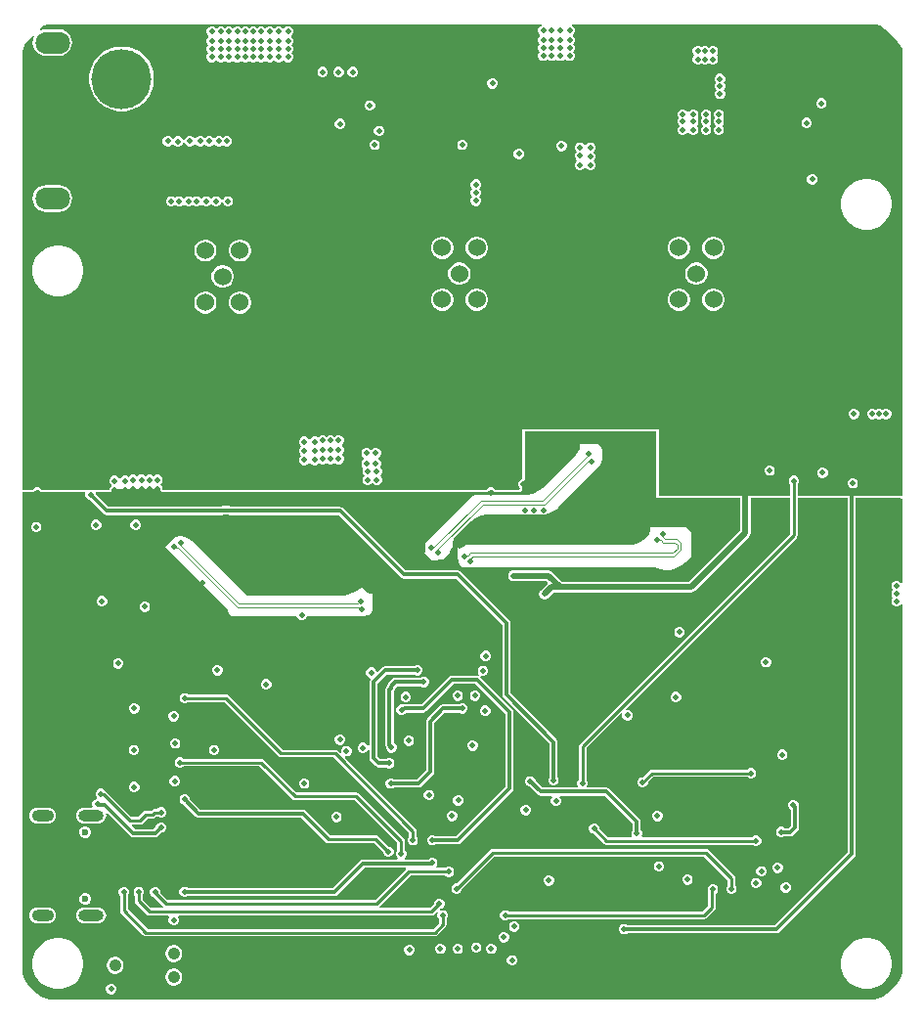
<source format=gbr>
%TF.GenerationSoftware,Altium Limited,Altium Designer,23.1.1 (15)*%
G04 Layer_Physical_Order=6*
G04 Layer_Color=16711680*
%FSLAX45Y45*%
%MOMM*%
%TF.SameCoordinates,3B15BE60-5205-462F-B1BE-89E8C5D5736D*%
%TF.FilePolarity,Positive*%
%TF.FileFunction,Copper,L6,Bot,Signal*%
%TF.Part,Single*%
G01*
G75*
%TA.AperFunction,Conductor*%
%ADD75C,0.30000*%
%ADD77C,0.25000*%
%ADD78C,0.50000*%
%ADD79C,0.12400*%
%TA.AperFunction,ComponentPad*%
%ADD85C,5.20000*%
%ADD86C,1.52400*%
%ADD87C,1.06700*%
%ADD88O,3.00000X1.90000*%
%ADD89C,0.60000*%
%ADD90O,2.20000X1.00000*%
%ADD91O,1.90000X1.00000*%
%TA.AperFunction,ViaPad*%
%ADD92C,0.50000*%
G36*
X13694550Y11327974D02*
X13729677Y11313423D01*
X13761292Y11292299D01*
X13774734Y11278857D01*
X13870551Y11183040D01*
X13880582Y11173008D01*
X13896346Y11149417D01*
X13907204Y11123203D01*
X13912740Y11095375D01*
Y11081188D01*
Y7258195D01*
X13908279Y7254040D01*
X13900040Y7249536D01*
X13898280Y7249885D01*
X13895953Y7250000D01*
X13003137D01*
Y7349497D01*
X13008150Y7354510D01*
X13014999Y7371049D01*
Y7388951D01*
X13008150Y7405491D01*
X12995491Y7418149D01*
X12978951Y7425000D01*
X12961049D01*
X12944510Y7418149D01*
X12931851Y7405491D01*
X12925000Y7388951D01*
Y7371049D01*
X12931851Y7354510D01*
X12936864Y7349497D01*
Y7250000D01*
X11800000D01*
Y7830000D01*
X10620000D01*
Y7394565D01*
X10604510Y7388149D01*
X10591851Y7375490D01*
X10585000Y7358951D01*
Y7341049D01*
X10591851Y7324510D01*
X10599991Y7316369D01*
X10594731Y7303669D01*
X10388903D01*
X10388149Y7305490D01*
X10375490Y7318149D01*
X10358951Y7325000D01*
X10341049D01*
X10324509Y7318149D01*
X10311851Y7305490D01*
X10311096Y7303669D01*
X7505000D01*
Y7318951D01*
X7498149Y7335490D01*
X7491936Y7341703D01*
X7486667Y7350000D01*
X7491936Y7358297D01*
X7498149Y7364510D01*
X7505000Y7381049D01*
Y7398951D01*
X7498149Y7415490D01*
X7485490Y7428149D01*
X7468951Y7435000D01*
X7451049D01*
X7434510Y7428149D01*
X7425000Y7418639D01*
X7415490Y7428149D01*
X7398951Y7435000D01*
X7381049D01*
X7364510Y7428149D01*
X7355000Y7418639D01*
X7345491Y7428149D01*
X7328951Y7435000D01*
X7311049D01*
X7294510Y7428149D01*
X7285000Y7418639D01*
X7275490Y7428149D01*
X7258951Y7435000D01*
X7241049D01*
X7224510Y7428149D01*
X7211851Y7415491D01*
X7208763Y7414876D01*
X7205491Y7418149D01*
X7188951Y7425000D01*
X7171049D01*
X7154510Y7418149D01*
X7141851Y7405491D01*
X7128149D01*
X7115490Y7418149D01*
X7098951Y7425000D01*
X7081049D01*
X7064510Y7418149D01*
X7051851Y7405490D01*
X7045000Y7388951D01*
Y7371049D01*
X7051851Y7354510D01*
X7058064Y7348297D01*
X7063334Y7340000D01*
X7058064Y7331703D01*
X7051851Y7325490D01*
X7045000Y7308951D01*
Y7303669D01*
X6892163D01*
X6888951Y7305000D01*
X6871049D01*
X6867837Y7303669D01*
X6458904D01*
X6458149Y7305490D01*
X6445491Y7318149D01*
X6428951Y7325000D01*
X6411049D01*
X6394510Y7318149D01*
X6381851Y7305490D01*
X6381097Y7303669D01*
X6287261D01*
Y11087205D01*
Y11092570D01*
X6289354Y11103095D01*
X6293461Y11113009D01*
X6299423Y11121932D01*
X6303217Y11125726D01*
Y11132793D01*
X6305974Y11146655D01*
X6311383Y11159713D01*
X6319235Y11171465D01*
X6324232Y11176462D01*
X6380825Y11233055D01*
X6391592Y11225861D01*
X6382960Y11205021D01*
X6379008Y11175000D01*
X6382960Y11144979D01*
X6394548Y11117004D01*
X6412981Y11092981D01*
X6437004Y11074548D01*
X6464979Y11062960D01*
X6495000Y11059008D01*
X6605000D01*
X6635021Y11062960D01*
X6662996Y11074548D01*
X6687019Y11092981D01*
X6705452Y11117004D01*
X6717040Y11144979D01*
X6720992Y11175000D01*
X6717040Y11205021D01*
X6705452Y11232996D01*
X6687019Y11257019D01*
X6662996Y11275452D01*
X6635021Y11287040D01*
X6605000Y11290992D01*
X6495000D01*
X6464979Y11287040D01*
X6452521Y11281880D01*
X6442180Y11291343D01*
X6443583Y11295812D01*
Y11295812D01*
Y11295813D01*
X6452994Y11305223D01*
X6475126Y11320012D01*
X6499719Y11330198D01*
X6525826Y11335392D01*
X10782950D01*
X10785476Y11322692D01*
X10774510Y11318149D01*
X10761851Y11305490D01*
X10755000Y11288951D01*
Y11271049D01*
X10761851Y11254510D01*
X10768064Y11248297D01*
X10773334Y11240000D01*
X10768064Y11231703D01*
X10761851Y11225490D01*
X10755000Y11208951D01*
Y11191049D01*
X10761851Y11174510D01*
X10771361Y11165000D01*
X10761851Y11155491D01*
X10755000Y11138951D01*
Y11121049D01*
X10761851Y11104510D01*
X10771361Y11095000D01*
X10761851Y11085490D01*
X10755000Y11068951D01*
Y11051049D01*
X10761851Y11034510D01*
X10774510Y11021851D01*
X10791049Y11015000D01*
X10808951D01*
X10825491Y11021851D01*
X10835000Y11031360D01*
X10844510Y11021851D01*
X10861049Y11015000D01*
X10878951D01*
X10895491Y11021851D01*
X10901703Y11028064D01*
X10910000Y11033334D01*
X10918297Y11028064D01*
X10924510Y11021851D01*
X10941049Y11015000D01*
X10958951D01*
X10975491Y11021851D01*
X10981703Y11028064D01*
X10990000Y11033334D01*
X10998297Y11028064D01*
X11004510Y11021851D01*
X11021049Y11015000D01*
X11038951D01*
X11055491Y11021851D01*
X11068149Y11034510D01*
X11075000Y11051049D01*
Y11068951D01*
X11068149Y11085490D01*
X11058640Y11095000D01*
X11068149Y11104510D01*
X11075000Y11121049D01*
Y11138951D01*
X11068149Y11155491D01*
X11058640Y11165000D01*
X11068149Y11174510D01*
X11075000Y11191049D01*
Y11208951D01*
X11068149Y11225490D01*
X11061936Y11231703D01*
X11056667Y11240000D01*
X11061936Y11248297D01*
X11068149Y11254510D01*
X11075000Y11271049D01*
Y11288951D01*
X11068149Y11305490D01*
X11055491Y11318149D01*
X11044524Y11322692D01*
X11047051Y11335392D01*
X13657257D01*
X13694550Y11327974D01*
D02*
G37*
G36*
X11779608Y7250000D02*
X11781160Y7242196D01*
X11785581Y7235581D01*
X11792196Y7231160D01*
X11800000Y7229608D01*
X12504119D01*
Y6949005D01*
X12060995Y6505882D01*
X10969005D01*
X10882443Y6592443D01*
X10867558Y6602389D01*
X10850000Y6605882D01*
X10540000D01*
X10535568Y6605000D01*
X10531049D01*
X10526874Y6603271D01*
X10522442Y6602389D01*
X10518684Y6599878D01*
X10514510Y6598149D01*
X10511315Y6594954D01*
X10507557Y6592443D01*
X10505046Y6588686D01*
X10501851Y6585491D01*
X10500122Y6581316D01*
X10497611Y6577558D01*
X10496729Y6573126D01*
X10495000Y6568951D01*
Y6564432D01*
X10494118Y6560000D01*
X10495000Y6555568D01*
Y6551049D01*
X10496729Y6546874D01*
X10497611Y6542442D01*
X10500122Y6538684D01*
X10501851Y6534510D01*
X10505046Y6531315D01*
X10507557Y6527557D01*
X10511315Y6525046D01*
X10514510Y6521851D01*
X10518684Y6520122D01*
X10522442Y6517611D01*
X10526874Y6516729D01*
X10531049Y6515000D01*
X10535568D01*
X10540000Y6514119D01*
X10830801D01*
X10839314Y6505102D01*
X10837995Y6492736D01*
X10837557Y6492443D01*
X10777557Y6432443D01*
X10775046Y6428685D01*
X10771851Y6425490D01*
X10770122Y6421316D01*
X10767611Y6417558D01*
X10766729Y6413125D01*
X10765000Y6408951D01*
Y6404432D01*
X10764118Y6400000D01*
X10765000Y6395568D01*
Y6391049D01*
X10766729Y6386874D01*
X10767611Y6382442D01*
X10770122Y6378684D01*
X10771851Y6374509D01*
X10775046Y6371314D01*
X10777557Y6367557D01*
X10781314Y6365046D01*
X10784510Y6361851D01*
X10788684Y6360122D01*
X10792442Y6357611D01*
X10796875Y6356729D01*
X10801049Y6355000D01*
X10805568D01*
X10810000Y6354118D01*
X10814432Y6355000D01*
X10818951D01*
X10823125Y6356729D01*
X10827558Y6357611D01*
X10831316Y6360122D01*
X10835490Y6361851D01*
X10838685Y6365046D01*
X10842443Y6367557D01*
X10889005Y6414118D01*
X12080000D01*
X12097558Y6417611D01*
X12112443Y6427557D01*
X12582443Y6897557D01*
X12592389Y6912442D01*
X12595882Y6930000D01*
Y7229608D01*
X12936864D01*
Y6923726D01*
X11116569Y5103431D01*
X11109386Y5092681D01*
X11106863Y5080000D01*
Y4790503D01*
X11101851Y4785490D01*
X11095000Y4768951D01*
Y4751049D01*
X11100245Y4738386D01*
X11094081Y4725686D01*
X10793401D01*
X10734078Y4785009D01*
Y4788493D01*
X10727227Y4805032D01*
X10714568Y4817691D01*
X10698029Y4824542D01*
X10680127D01*
X10663588Y4817691D01*
X10650929Y4805032D01*
X10644078Y4788493D01*
Y4770591D01*
X10650929Y4754051D01*
X10663588Y4741393D01*
X10680127Y4734542D01*
X10683611D01*
X10753386Y4664766D01*
X10764963Y4657031D01*
X10778620Y4654314D01*
X10872714D01*
X10877975Y4641614D01*
X10871851Y4635490D01*
X10865000Y4618951D01*
Y4601049D01*
X10871851Y4584509D01*
X10884510Y4571851D01*
X10901049Y4565000D01*
X10918951D01*
X10935490Y4571851D01*
X10948149Y4584509D01*
X10955000Y4601049D01*
Y4618951D01*
X10948149Y4635490D01*
X10942025Y4641614D01*
X10947286Y4654314D01*
X11335219D01*
X11574314Y4415219D01*
Y4357954D01*
X11571851Y4355490D01*
X11565000Y4338951D01*
Y4321049D01*
X11569604Y4309934D01*
X11562533Y4297234D01*
X11360815D01*
X11285465Y4372584D01*
Y4379673D01*
X11278614Y4396213D01*
X11265956Y4408871D01*
X11249416Y4415722D01*
X11231514D01*
X11214975Y4408871D01*
X11202316Y4396213D01*
X11195465Y4379673D01*
Y4361771D01*
X11202316Y4345232D01*
X11214975Y4332573D01*
X11231514Y4325722D01*
X11238603D01*
X11323659Y4240667D01*
X11334409Y4233484D01*
X11347090Y4230961D01*
X12613749D01*
X12618762Y4225949D01*
X12635301Y4219098D01*
X12653203D01*
X12669743Y4225949D01*
X12682401Y4238607D01*
X12689252Y4255147D01*
Y4273049D01*
X12682401Y4289588D01*
X12669743Y4302247D01*
X12653203Y4309098D01*
X12635301D01*
X12618762Y4302247D01*
X12613749Y4297234D01*
X11657467D01*
X11650396Y4309934D01*
X11655000Y4321049D01*
Y4338951D01*
X11648149Y4355490D01*
X11645686Y4357954D01*
Y4430000D01*
X11642969Y4443657D01*
X11635234Y4455234D01*
X11375234Y4715234D01*
X11363656Y4722969D01*
X11350000Y4725686D01*
X11185919D01*
X11179755Y4738386D01*
X11185000Y4751049D01*
Y4768951D01*
X11178149Y4785490D01*
X11173137Y4790503D01*
Y5066275D01*
X11475101Y5368239D01*
X11485867Y5361045D01*
X11485000Y5358951D01*
Y5341049D01*
X11491851Y5324510D01*
X11504510Y5311851D01*
X11521049Y5305000D01*
X11538951D01*
X11555490Y5311851D01*
X11568149Y5324510D01*
X11575000Y5341049D01*
Y5358951D01*
X11568149Y5375490D01*
X11555490Y5388149D01*
X11538951Y5395000D01*
X11521049D01*
X11518955Y5394133D01*
X11511761Y5404899D01*
X12993431Y6886569D01*
X13000613Y6897319D01*
X13003137Y6910000D01*
Y7229608D01*
X13434314D01*
Y4164782D01*
X12805219Y3535686D01*
X11527954D01*
X11525491Y3538149D01*
X11508951Y3545000D01*
X11491049D01*
X11474510Y3538149D01*
X11461851Y3525491D01*
X11455000Y3508951D01*
Y3491049D01*
X11461851Y3474510D01*
X11474510Y3461851D01*
X11491049Y3455000D01*
X11508951D01*
X11525491Y3461851D01*
X11527954Y3464314D01*
X12820000D01*
X12833656Y3467031D01*
X12845235Y3474766D01*
X13495235Y4124766D01*
X13502969Y4136344D01*
X13505685Y4150000D01*
Y7229608D01*
X13895451D01*
X13895776Y7229592D01*
X13896062Y7229535D01*
X13896925D01*
X13897278Y7229518D01*
X13897395Y7229535D01*
X13899150D01*
X13902228Y7229262D01*
X13906154Y7226640D01*
X13909601Y7223371D01*
X13911871Y7220863D01*
X13912697Y7219235D01*
X13911755Y6495827D01*
X13899052Y6493309D01*
X13898149Y6495490D01*
X13885490Y6508149D01*
X13868951Y6515000D01*
X13851048D01*
X13834509Y6508149D01*
X13821851Y6495490D01*
X13814999Y6478951D01*
Y6461049D01*
X13821851Y6444510D01*
X13831361Y6435000D01*
X13821851Y6425490D01*
X13814999Y6408951D01*
Y6391049D01*
X13821851Y6374509D01*
X13826360Y6370000D01*
X13821851Y6365490D01*
X13814999Y6348951D01*
Y6331049D01*
X13821851Y6314510D01*
X13834509Y6301851D01*
X13851048Y6295000D01*
X13868951D01*
X13885490Y6301851D01*
X13898149Y6314510D01*
X13898822Y6316135D01*
X13911519Y6313601D01*
X13907388Y3138857D01*
Y3122220D01*
X13900897Y3089587D01*
X13888164Y3058847D01*
X13869679Y3031182D01*
X13790382Y2951887D01*
X13790382D01*
X13775653Y2937156D01*
X13741010Y2914009D01*
X13702518Y2898065D01*
X13661653Y2889936D01*
X6537447D01*
X6494818Y2898416D01*
X6454662Y2915049D01*
X6418523Y2939196D01*
X6403157Y2954563D01*
X6344760Y3012960D01*
X6344760D01*
X6332360Y3025359D01*
X6312875Y3054521D01*
X6299454Y3086923D01*
X6292612Y3121321D01*
Y3138857D01*
Y7283278D01*
X6381097D01*
X6384625Y7283979D01*
X6388899Y7284829D01*
X6388900Y7284830D01*
X6395516Y7289250D01*
X6397664Y7292464D01*
X6406061Y7300862D01*
X6415106Y7304608D01*
X6424895D01*
X6433939Y7300862D01*
X6442337Y7292464D01*
X6444484Y7289250D01*
X6451100Y7284830D01*
X6451101Y7284829D01*
X6455375Y7283979D01*
X6458904Y7283278D01*
X6829505D01*
X6836560Y7272718D01*
X6835000Y7268951D01*
Y7251049D01*
X6841851Y7234510D01*
X6854510Y7221851D01*
X6871049Y7215000D01*
X6874533D01*
X6994766Y7094766D01*
X7006344Y7087031D01*
X7020000Y7084314D01*
X8020148D01*
X8033804Y7087031D01*
X8040963Y7091814D01*
X8064038D01*
X8071196Y7087031D01*
X8084853Y7084314D01*
X9025219D01*
X9564766Y6544766D01*
X9576344Y6537031D01*
X9590000Y6534314D01*
X10045218D01*
X10444314Y6135218D01*
Y5530000D01*
X10447031Y5516344D01*
X10454766Y5504766D01*
X10854314Y5105218D01*
Y4817954D01*
X10851851Y4815490D01*
X10845000Y4798951D01*
Y4781049D01*
X10851851Y4764510D01*
X10864510Y4751851D01*
X10881049Y4745000D01*
X10898951D01*
X10915490Y4751851D01*
X10928149Y4764510D01*
X10935000Y4781049D01*
Y4798951D01*
X10928149Y4815490D01*
X10925686Y4817954D01*
Y5120000D01*
X10922969Y5133656D01*
X10915234Y5145234D01*
X10515686Y5544781D01*
Y6150000D01*
X10512969Y6163656D01*
X10505234Y6175234D01*
X10085234Y6595234D01*
X10073656Y6602969D01*
X10060000Y6605686D01*
X9604782D01*
X9065234Y7145234D01*
X9053657Y7152969D01*
X9040000Y7155686D01*
X8098168D01*
X8091009Y7160469D01*
X8077353Y7163185D01*
X8027648D01*
X8013991Y7160469D01*
X8006833Y7155686D01*
X7034781D01*
X6925000Y7265467D01*
Y7268951D01*
X6923440Y7272718D01*
X6930495Y7283278D01*
X7045000D01*
X7052804Y7284830D01*
X7059419Y7289250D01*
X7063840Y7295866D01*
X7065392Y7303669D01*
Y7304894D01*
X7067507Y7310000D01*
X7484608D01*
Y7303669D01*
X7486160Y7295866D01*
X7490581Y7289250D01*
X7497196Y7284830D01*
X7505000Y7283278D01*
X10311096D01*
X10314625Y7283979D01*
X10318899Y7284829D01*
X10318900Y7284830D01*
X10325516Y7289250D01*
X10327663Y7292464D01*
X10336061Y7300862D01*
X10345105Y7304608D01*
X10354894D01*
X10363939Y7300862D01*
X10372336Y7292464D01*
X10374484Y7289250D01*
X10381100Y7284830D01*
X10381101Y7284829D01*
X10385375Y7283979D01*
X10388903Y7283278D01*
X10594731D01*
X10602534Y7284829D01*
X10609150Y7289250D01*
X10613570Y7295866D01*
X10618831Y7308566D01*
X10619116Y7310000D01*
X10620001D01*
X10620384Y7316369D01*
X10620000Y7318295D01*
X10620000Y7322700D01*
Y7372493D01*
X10627804Y7375726D01*
X10634419Y7380146D01*
X10638840Y7386762D01*
X10640392Y7394565D01*
Y7809608D01*
X11779608D01*
Y7250000D01*
D02*
G37*
%LPC*%
G36*
X8598951Y11315000D02*
X8581049D01*
X8564510Y11308149D01*
X8558297Y11301936D01*
X8550000Y11296667D01*
X8541703Y11301936D01*
X8535490Y11308149D01*
X8518951Y11315000D01*
X8501049D01*
X8484510Y11308149D01*
X8478297Y11301936D01*
X8470000Y11296667D01*
X8461703Y11301936D01*
X8455490Y11308149D01*
X8438951Y11315000D01*
X8421049D01*
X8404509Y11308149D01*
X8395000Y11298640D01*
X8385490Y11308149D01*
X8368951Y11315000D01*
X8351049D01*
X8334510Y11308149D01*
X8325000Y11298639D01*
X8315490Y11308149D01*
X8298951Y11315000D01*
X8281049D01*
X8264510Y11308149D01*
X8255000Y11298640D01*
X8245490Y11308149D01*
X8228951Y11315000D01*
X8211049D01*
X8194510Y11308149D01*
X8185000Y11298639D01*
X8175490Y11308149D01*
X8158951Y11315000D01*
X8141049D01*
X8124510Y11308149D01*
X8115000Y11298640D01*
X8105491Y11308149D01*
X8088951Y11315000D01*
X8071049D01*
X8054510Y11308149D01*
X8045000Y11298639D01*
X8035490Y11308149D01*
X8018951Y11315000D01*
X8001049D01*
X7984510Y11308149D01*
X7978297Y11301936D01*
X7970000Y11296667D01*
X7961703Y11301936D01*
X7955490Y11308149D01*
X7938951Y11315000D01*
X7921049D01*
X7904509Y11308149D01*
X7891851Y11295490D01*
X7885000Y11278951D01*
Y11261049D01*
X7891851Y11244510D01*
X7898064Y11238297D01*
X7903333Y11230000D01*
X7898064Y11221703D01*
X7891851Y11215490D01*
X7885000Y11198951D01*
Y11181049D01*
X7891851Y11164510D01*
X7901360Y11155000D01*
X7891851Y11145491D01*
X7885000Y11128951D01*
Y11111049D01*
X7891851Y11094510D01*
X7901360Y11085000D01*
X7891851Y11075490D01*
X7885000Y11058951D01*
Y11041049D01*
X7891851Y11024510D01*
X7904509Y11011851D01*
X7921049Y11005000D01*
X7938951D01*
X7955490Y11011851D01*
X7961703Y11018064D01*
X7970000Y11023334D01*
X7978297Y11018064D01*
X7984510Y11011851D01*
X8001049Y11005000D01*
X8018951D01*
X8035490Y11011851D01*
X8045000Y11021361D01*
X8054510Y11011851D01*
X8071049Y11005000D01*
X8088951D01*
X8105491Y11011851D01*
X8115000Y11021360D01*
X8124510Y11011851D01*
X8141049Y11005000D01*
X8158951D01*
X8175490Y11011851D01*
X8185000Y11021361D01*
X8194510Y11011851D01*
X8211049Y11005000D01*
X8228951D01*
X8245490Y11011851D01*
X8255000Y11021360D01*
X8264510Y11011851D01*
X8281049Y11005000D01*
X8298951D01*
X8315490Y11011851D01*
X8325000Y11021361D01*
X8334510Y11011851D01*
X8351049Y11005000D01*
X8368951D01*
X8385490Y11011851D01*
X8395000Y11021360D01*
X8404509Y11011851D01*
X8421049Y11005000D01*
X8438951D01*
X8455490Y11011851D01*
X8461703Y11018064D01*
X8470000Y11023334D01*
X8478297Y11018064D01*
X8484510Y11011851D01*
X8501049Y11005000D01*
X8518951D01*
X8535490Y11011851D01*
X8541703Y11018064D01*
X8550000Y11023334D01*
X8558297Y11018064D01*
X8564510Y11011851D01*
X8581049Y11005000D01*
X8598951D01*
X8615491Y11011851D01*
X8628149Y11024510D01*
X8635000Y11041049D01*
Y11058951D01*
X8628149Y11075490D01*
X8618640Y11085000D01*
X8628149Y11094510D01*
X8635000Y11111049D01*
Y11128951D01*
X8628149Y11145491D01*
X8618640Y11155000D01*
X8628149Y11164510D01*
X8635000Y11181049D01*
Y11198951D01*
X8628149Y11215490D01*
X8621936Y11221703D01*
X8616667Y11230000D01*
X8621936Y11238297D01*
X8628149Y11244510D01*
X8635000Y11261049D01*
Y11278951D01*
X8628149Y11295490D01*
X8615491Y11308149D01*
X8598951Y11315000D01*
D02*
G37*
G36*
X12278951Y11145000D02*
X12261049D01*
X12244510Y11138149D01*
X12235000Y11128639D01*
X12225490Y11138149D01*
X12208951Y11145000D01*
X12191049D01*
X12174509Y11138149D01*
X12170000Y11133639D01*
X12165491Y11138149D01*
X12148951Y11145000D01*
X12131049D01*
X12114510Y11138149D01*
X12101851Y11125490D01*
X12095000Y11108951D01*
Y11091049D01*
X12101851Y11074509D01*
X12111361Y11065000D01*
X12101851Y11055490D01*
X12095000Y11038951D01*
Y11021049D01*
X12101851Y11004510D01*
X12114510Y10991851D01*
X12131049Y10985000D01*
X12148951D01*
X12165491Y10991851D01*
X12170000Y10996361D01*
X12174509Y10991851D01*
X12191049Y10985000D01*
X12208951D01*
X12225490Y10991851D01*
X12235000Y11001361D01*
X12244510Y10991851D01*
X12261049Y10985000D01*
X12278951D01*
X12295491Y10991851D01*
X12308149Y11004510D01*
X12315000Y11021049D01*
Y11038951D01*
X12308149Y11055490D01*
X12298640Y11065000D01*
X12308149Y11074509D01*
X12315000Y11091049D01*
Y11108951D01*
X12308149Y11125490D01*
X12295491Y11138149D01*
X12278951Y11145000D01*
D02*
G37*
G36*
X9158951Y10965000D02*
X9141049D01*
X9124510Y10958149D01*
X9111851Y10945490D01*
X9105000Y10928951D01*
Y10911049D01*
X9111851Y10894510D01*
X9124510Y10881851D01*
X9141049Y10875000D01*
X9158951D01*
X9175490Y10881851D01*
X9188149Y10894510D01*
X9195000Y10911049D01*
Y10928951D01*
X9188149Y10945490D01*
X9175490Y10958149D01*
X9158951Y10965000D01*
D02*
G37*
G36*
X9038951D02*
X9021049D01*
X9004510Y10958149D01*
X8991851Y10945490D01*
X8985000Y10928951D01*
Y10911049D01*
X8991851Y10894510D01*
X9004510Y10881851D01*
X9021049Y10875000D01*
X9038951D01*
X9055490Y10881851D01*
X9068149Y10894510D01*
X9075000Y10911049D01*
Y10928951D01*
X9068149Y10945490D01*
X9055490Y10958149D01*
X9038951Y10965000D01*
D02*
G37*
G36*
X8898951D02*
X8881049D01*
X8864510Y10958149D01*
X8851851Y10945490D01*
X8845000Y10928951D01*
Y10911049D01*
X8851851Y10894510D01*
X8864510Y10881851D01*
X8881049Y10875000D01*
X8898951D01*
X8915490Y10881851D01*
X8928149Y10894510D01*
X8935000Y10911049D01*
Y10928951D01*
X8928149Y10945490D01*
X8915490Y10958149D01*
X8898951Y10965000D01*
D02*
G37*
G36*
X10368951Y10865000D02*
X10351049D01*
X10334510Y10858149D01*
X10321851Y10845490D01*
X10315000Y10828951D01*
Y10811049D01*
X10321851Y10794510D01*
X10334510Y10781851D01*
X10351049Y10775000D01*
X10368951D01*
X10385491Y10781851D01*
X10398149Y10794510D01*
X10405000Y10811049D01*
Y10828951D01*
X10398149Y10845490D01*
X10385491Y10858149D01*
X10368951Y10865000D01*
D02*
G37*
G36*
X12338951Y10905000D02*
X12321049D01*
X12304510Y10898149D01*
X12291851Y10885491D01*
X12285000Y10868951D01*
Y10851049D01*
X12291851Y10834510D01*
X12296360Y10830000D01*
X12291851Y10825491D01*
X12285000Y10808951D01*
Y10791049D01*
X12291851Y10774510D01*
X12301361Y10765000D01*
X12291851Y10755491D01*
X12285000Y10738951D01*
Y10721049D01*
X12291851Y10704510D01*
X12304510Y10691851D01*
X12321049Y10685000D01*
X12338951D01*
X12355490Y10691851D01*
X12368149Y10704510D01*
X12375000Y10721049D01*
Y10738951D01*
X12368149Y10755491D01*
X12358639Y10765000D01*
X12368149Y10774510D01*
X12375000Y10791049D01*
Y10808951D01*
X12368149Y10825491D01*
X12363639Y10830000D01*
X12368149Y10834510D01*
X12375000Y10851049D01*
Y10868951D01*
X12368149Y10885491D01*
X12355490Y10898149D01*
X12338951Y10905000D01*
D02*
G37*
G36*
X13218951Y10695000D02*
X13201048D01*
X13184509Y10688149D01*
X13171851Y10675491D01*
X13164999Y10658951D01*
Y10641049D01*
X13171851Y10624510D01*
X13184509Y10611851D01*
X13201048Y10605000D01*
X13218951D01*
X13235490Y10611851D01*
X13248149Y10624510D01*
X13255000Y10641049D01*
Y10658951D01*
X13248149Y10675491D01*
X13235490Y10688149D01*
X13218951Y10695000D01*
D02*
G37*
G36*
X9308951Y10675000D02*
X9291049D01*
X9274510Y10668149D01*
X9261851Y10655491D01*
X9255000Y10638951D01*
Y10621049D01*
X9261851Y10604510D01*
X9274510Y10591851D01*
X9291049Y10585000D01*
X9308951D01*
X9325490Y10591851D01*
X9338149Y10604510D01*
X9345000Y10621049D01*
Y10638951D01*
X9338149Y10655491D01*
X9325490Y10668149D01*
X9308951Y10675000D01*
D02*
G37*
G36*
X7172036Y11140000D02*
X7127963D01*
X7084433Y11133105D01*
X7042517Y11119486D01*
X7003248Y11099478D01*
X6967592Y11073572D01*
X6936428Y11042408D01*
X6910522Y11006752D01*
X6890514Y10967483D01*
X6876895Y10925567D01*
X6870000Y10882037D01*
Y10837964D01*
X6876895Y10794433D01*
X6890514Y10752517D01*
X6910522Y10713248D01*
X6936428Y10677592D01*
X6967592Y10646428D01*
X7003248Y10620523D01*
X7042517Y10600514D01*
X7084433Y10586895D01*
X7127963Y10580000D01*
X7172036D01*
X7215567Y10586895D01*
X7257483Y10600514D01*
X7296752Y10620523D01*
X7332408Y10646428D01*
X7363572Y10677592D01*
X7389477Y10713248D01*
X7409486Y10752517D01*
X7423105Y10794433D01*
X7430000Y10837964D01*
Y10882037D01*
X7423105Y10925567D01*
X7409486Y10967483D01*
X7389477Y11006752D01*
X7363572Y11042408D01*
X7332408Y11073572D01*
X7296752Y11099478D01*
X7257483Y11119486D01*
X7215567Y11133105D01*
X7172036Y11140000D01*
D02*
G37*
G36*
X12108951Y10595000D02*
X12091049D01*
X12074510Y10588149D01*
X12061851Y10575491D01*
X12061350Y10574282D01*
X12048650D01*
X12048149Y10575491D01*
X12035491Y10588149D01*
X12018951Y10595000D01*
X12001049D01*
X11984510Y10588149D01*
X11971851Y10575491D01*
X11965000Y10558951D01*
Y10541049D01*
X11971851Y10524510D01*
X11976361Y10520000D01*
X11971851Y10515491D01*
X11965000Y10498951D01*
Y10481049D01*
X11971851Y10464510D01*
X11981361Y10455000D01*
X11971851Y10445491D01*
X11965000Y10428951D01*
Y10411049D01*
X11971851Y10394510D01*
X11984510Y10381851D01*
X12001049Y10375000D01*
X12018951D01*
X12035491Y10381851D01*
X12048149Y10394510D01*
X12048650Y10395719D01*
X12061350D01*
X12061851Y10394510D01*
X12074510Y10381851D01*
X12091049Y10375000D01*
X12108951D01*
X12125490Y10381851D01*
X12138149Y10394510D01*
X12145000Y10411049D01*
Y10428951D01*
X12138149Y10445491D01*
X12128639Y10455000D01*
X12138149Y10464510D01*
X12145000Y10481049D01*
Y10498951D01*
X12138149Y10515491D01*
X12133639Y10520000D01*
X12138149Y10524510D01*
X12145000Y10541049D01*
Y10558951D01*
X12138149Y10575491D01*
X12125490Y10588149D01*
X12108951Y10595000D01*
D02*
G37*
G36*
X13088951Y10525000D02*
X13071049D01*
X13054510Y10518149D01*
X13041850Y10505491D01*
X13035001Y10488951D01*
Y10471049D01*
X13041850Y10454510D01*
X13054510Y10441851D01*
X13071049Y10435000D01*
X13088951D01*
X13105490Y10441851D01*
X13118149Y10454510D01*
X13125000Y10471049D01*
Y10488951D01*
X13118149Y10505491D01*
X13105490Y10518149D01*
X13088951Y10525000D01*
D02*
G37*
G36*
X9048951Y10515000D02*
X9031049D01*
X9014510Y10508149D01*
X9001851Y10495490D01*
X8995000Y10478951D01*
Y10461049D01*
X9001851Y10444509D01*
X9014510Y10431851D01*
X9031049Y10425000D01*
X9048951D01*
X9065490Y10431851D01*
X9078149Y10444509D01*
X9085000Y10461049D01*
Y10478951D01*
X9078149Y10495490D01*
X9065490Y10508149D01*
X9048951Y10515000D01*
D02*
G37*
G36*
X12218951Y10595000D02*
X12201049D01*
X12184510Y10588149D01*
X12171851Y10575491D01*
X12165000Y10558951D01*
Y10541049D01*
X12171851Y10524510D01*
X12176360Y10520000D01*
X12171851Y10515491D01*
X12165000Y10498951D01*
Y10481049D01*
X12171851Y10464510D01*
X12181360Y10455000D01*
X12171851Y10445491D01*
X12165000Y10428951D01*
Y10411049D01*
X12171851Y10394510D01*
X12184510Y10381851D01*
X12201049Y10375000D01*
X12218951D01*
X12235490Y10381851D01*
X12248149Y10394510D01*
X12255000Y10411049D01*
Y10428951D01*
X12248149Y10445491D01*
X12238639Y10455000D01*
X12248149Y10464510D01*
X12255000Y10481049D01*
Y10498951D01*
X12248149Y10515491D01*
X12243639Y10520000D01*
X12248149Y10524510D01*
X12255000Y10541049D01*
Y10558951D01*
X12248149Y10575491D01*
X12235490Y10588149D01*
X12218951Y10595000D01*
D02*
G37*
G36*
X12328951Y10595000D02*
X12311049D01*
X12294510Y10588149D01*
X12281851Y10575490D01*
X12275000Y10558951D01*
Y10541049D01*
X12281851Y10524510D01*
X12286360Y10520000D01*
X12281851Y10515491D01*
X12275000Y10498951D01*
Y10481049D01*
X12281851Y10464510D01*
X12291361Y10455000D01*
X12281851Y10445490D01*
X12275000Y10428951D01*
Y10411049D01*
X12281851Y10394510D01*
X12294510Y10381851D01*
X12311049Y10375000D01*
X12328951D01*
X12345490Y10381851D01*
X12358149Y10394510D01*
X12365000Y10411049D01*
Y10428951D01*
X12358149Y10445490D01*
X12348639Y10455000D01*
X12358149Y10464510D01*
X12365000Y10481049D01*
Y10498951D01*
X12358149Y10515491D01*
X12353640Y10520000D01*
X12358149Y10524510D01*
X12365000Y10541049D01*
Y10558951D01*
X12358149Y10575490D01*
X12345490Y10588149D01*
X12328951Y10595000D01*
D02*
G37*
G36*
X9388951Y10455000D02*
X9371049D01*
X9354510Y10448149D01*
X9341851Y10435490D01*
X9335000Y10418951D01*
Y10401049D01*
X9341851Y10384510D01*
X9354510Y10371851D01*
X9371049Y10365000D01*
X9388951D01*
X9405490Y10371851D01*
X9418149Y10384510D01*
X9425000Y10401049D01*
Y10418951D01*
X9418149Y10435490D01*
X9405490Y10448149D01*
X9388951Y10455000D01*
D02*
G37*
G36*
X8068951Y10365000D02*
X8051049D01*
X8034509Y10358149D01*
X8025000Y10348639D01*
X8015490Y10358149D01*
X7998951Y10365000D01*
X7981049D01*
X7964510Y10358149D01*
X7958297Y10351936D01*
X7950000Y10346666D01*
X7941703Y10351936D01*
X7935490Y10358149D01*
X7918951Y10365000D01*
X7901049D01*
X7884510Y10358149D01*
X7878297Y10351936D01*
X7870000Y10346666D01*
X7861703Y10351936D01*
X7855491Y10358149D01*
X7838951Y10365000D01*
X7821049D01*
X7804510Y10358149D01*
X7791851Y10345491D01*
X7778149D01*
X7765490Y10358149D01*
X7748951Y10365000D01*
X7731049D01*
X7714510Y10358149D01*
X7701851Y10345490D01*
X7696789Y10333270D01*
X7683267Y10332729D01*
X7678498Y10344241D01*
X7665839Y10356900D01*
X7649300Y10363751D01*
X7631398D01*
X7614859Y10356900D01*
X7602200Y10344242D01*
X7588560Y10344498D01*
X7588149Y10345490D01*
X7575490Y10358149D01*
X7558951Y10365000D01*
X7541049D01*
X7524509Y10358149D01*
X7511851Y10345490D01*
X7505000Y10328951D01*
Y10311049D01*
X7511851Y10294510D01*
X7524509Y10281851D01*
X7541049Y10275000D01*
X7558951D01*
X7575490Y10281851D01*
X7588149Y10294509D01*
X7601789Y10294253D01*
X7602200Y10293261D01*
X7614859Y10280602D01*
X7631398Y10273751D01*
X7649300D01*
X7665839Y10280602D01*
X7678498Y10293261D01*
X7683560Y10305481D01*
X7697082Y10306022D01*
X7701851Y10294510D01*
X7714510Y10281851D01*
X7731049Y10275000D01*
X7748951D01*
X7765490Y10281851D01*
X7778149Y10294509D01*
X7791851D01*
X7804510Y10281851D01*
X7821049Y10275000D01*
X7838951D01*
X7855491Y10281851D01*
X7861703Y10288064D01*
X7870000Y10293334D01*
X7878297Y10288064D01*
X7884510Y10281851D01*
X7901049Y10275000D01*
X7918951D01*
X7935490Y10281851D01*
X7941703Y10288064D01*
X7950000Y10293333D01*
X7958297Y10288064D01*
X7964510Y10281851D01*
X7981049Y10275000D01*
X7998951D01*
X8015490Y10281851D01*
X8025000Y10291360D01*
X8034509Y10281851D01*
X8051049Y10275000D01*
X8068951D01*
X8085490Y10281851D01*
X8098149Y10294510D01*
X8105000Y10311049D01*
Y10328951D01*
X8098149Y10345490D01*
X8085490Y10358149D01*
X8068951Y10365000D01*
D02*
G37*
G36*
X11216715Y10310706D02*
X11198813D01*
X11182274Y10303855D01*
X11169615Y10291197D01*
X11169114Y10289988D01*
X11156414D01*
X11155913Y10291197D01*
X11143255Y10303855D01*
X11126715Y10310706D01*
X11108813D01*
X11092274Y10303855D01*
X11079615Y10291197D01*
X11072764Y10274657D01*
Y10256755D01*
X11079615Y10240216D01*
X11089125Y10230706D01*
X11079615Y10221196D01*
X11072764Y10204657D01*
Y10186755D01*
X11079615Y10170216D01*
X11085828Y10164003D01*
X11091098Y10155706D01*
X11085828Y10147409D01*
X11079615Y10141197D01*
X11072764Y10124657D01*
Y10106755D01*
X11079615Y10090216D01*
X11092274Y10077557D01*
X11108813Y10070706D01*
X11126715D01*
X11143255Y10077557D01*
X11155913Y10090216D01*
X11156414Y10091425D01*
X11169114D01*
X11169615Y10090216D01*
X11182274Y10077557D01*
X11198813Y10070706D01*
X11216715D01*
X11233255Y10077557D01*
X11245913Y10090216D01*
X11252764Y10106755D01*
Y10124657D01*
X11245913Y10141197D01*
X11236404Y10150706D01*
X11245913Y10160216D01*
X11252764Y10176755D01*
Y10194657D01*
X11245913Y10211196D01*
X11239700Y10217409D01*
X11234431Y10225706D01*
X11239700Y10234003D01*
X11245913Y10240216D01*
X11252764Y10256755D01*
Y10274657D01*
X11245913Y10291197D01*
X11233255Y10303855D01*
X11216715Y10310706D01*
D02*
G37*
G36*
X10108951Y10335000D02*
X10091049D01*
X10074510Y10328149D01*
X10061851Y10315490D01*
X10055000Y10298951D01*
Y10281049D01*
X10061851Y10264510D01*
X10074510Y10251851D01*
X10091049Y10245000D01*
X10108951D01*
X10125491Y10251851D01*
X10138149Y10264510D01*
X10145000Y10281049D01*
Y10298951D01*
X10138149Y10315490D01*
X10125491Y10328149D01*
X10108951Y10335000D01*
D02*
G37*
G36*
X9348951D02*
X9331049D01*
X9314510Y10328149D01*
X9301851Y10315490D01*
X9295000Y10298951D01*
Y10281049D01*
X9301851Y10264510D01*
X9314510Y10251851D01*
X9331049Y10245000D01*
X9348951D01*
X9365491Y10251851D01*
X9378149Y10264510D01*
X9385000Y10281049D01*
Y10298951D01*
X9378149Y10315490D01*
X9365491Y10328149D01*
X9348951Y10335000D01*
D02*
G37*
G36*
X10968951Y10325000D02*
X10951049D01*
X10934510Y10318149D01*
X10921851Y10305490D01*
X10915000Y10288951D01*
Y10271049D01*
X10921851Y10254510D01*
X10934510Y10241851D01*
X10951049Y10235000D01*
X10968951D01*
X10985490Y10241851D01*
X10998149Y10254510D01*
X11005000Y10271049D01*
Y10288951D01*
X10998149Y10305490D01*
X10985490Y10318149D01*
X10968951Y10325000D01*
D02*
G37*
G36*
X10598951Y10255000D02*
X10581049D01*
X10564509Y10248149D01*
X10551851Y10235490D01*
X10545000Y10218951D01*
Y10201049D01*
X10551851Y10184509D01*
X10564509Y10171851D01*
X10581049Y10165000D01*
X10598951D01*
X10615490Y10171851D01*
X10628149Y10184509D01*
X10635000Y10201049D01*
Y10218951D01*
X10628149Y10235490D01*
X10615490Y10248149D01*
X10598951Y10255000D01*
D02*
G37*
G36*
X13138951Y10035000D02*
X13121049D01*
X13104509Y10028149D01*
X13091850Y10015491D01*
X13085001Y9998951D01*
Y9981049D01*
X13091850Y9964510D01*
X13104509Y9951851D01*
X13121049Y9945000D01*
X13138951D01*
X13155490Y9951851D01*
X13168149Y9964510D01*
X13175000Y9981049D01*
Y9998951D01*
X13168149Y10015491D01*
X13155490Y10028149D01*
X13138951Y10035000D01*
D02*
G37*
G36*
X8078951Y9845000D02*
X8061049D01*
X8044510Y9838149D01*
X8031851Y9825490D01*
X8026733Y9813135D01*
X8013267D01*
X8008149Y9825490D01*
X7995490Y9838149D01*
X7978951Y9845000D01*
X7961049D01*
X7944510Y9838149D01*
X7931851Y9825491D01*
X7918149D01*
X7905490Y9838149D01*
X7888951Y9845000D01*
X7871049D01*
X7854510Y9838149D01*
X7848297Y9831936D01*
X7840000Y9826666D01*
X7831703Y9831936D01*
X7825490Y9838149D01*
X7808951Y9845000D01*
X7791049D01*
X7774509Y9838149D01*
X7765000Y9828639D01*
X7755490Y9838149D01*
X7738951Y9845000D01*
X7721049D01*
X7704510Y9838149D01*
X7698297Y9831936D01*
X7690000Y9826666D01*
X7681703Y9831936D01*
X7675490Y9838149D01*
X7658951Y9845000D01*
X7641049D01*
X7624510Y9838149D01*
X7615000Y9828639D01*
X7605491Y9838149D01*
X7588951Y9845000D01*
X7571049D01*
X7554510Y9838149D01*
X7541851Y9825490D01*
X7535000Y9808951D01*
Y9791049D01*
X7541851Y9774510D01*
X7554510Y9761851D01*
X7571049Y9755000D01*
X7588951D01*
X7605491Y9761851D01*
X7615000Y9771360D01*
X7624510Y9761851D01*
X7641049Y9755000D01*
X7658951D01*
X7675490Y9761851D01*
X7681703Y9768064D01*
X7690000Y9773334D01*
X7698297Y9768064D01*
X7704510Y9761851D01*
X7721049Y9755000D01*
X7738951D01*
X7755490Y9761851D01*
X7765000Y9771360D01*
X7774509Y9761851D01*
X7791049Y9755000D01*
X7808951D01*
X7825490Y9761851D01*
X7831703Y9768064D01*
X7840000Y9773334D01*
X7848297Y9768064D01*
X7854510Y9761851D01*
X7871049Y9755000D01*
X7888951D01*
X7905490Y9761851D01*
X7918149Y9774509D01*
X7931851D01*
X7944510Y9761851D01*
X7961049Y9755000D01*
X7978951D01*
X7995490Y9761851D01*
X8008149Y9774510D01*
X8013267Y9786865D01*
X8026733D01*
X8031851Y9774510D01*
X8044510Y9761851D01*
X8061049Y9755000D01*
X8078951D01*
X8095491Y9761851D01*
X8108149Y9774510D01*
X8115000Y9791049D01*
Y9808951D01*
X8108149Y9825490D01*
X8095491Y9838149D01*
X8078951Y9845000D01*
D02*
G37*
G36*
X10226715Y9990706D02*
X10208813D01*
X10192274Y9983855D01*
X10179615Y9971196D01*
X10172764Y9954657D01*
Y9936755D01*
X10179615Y9920216D01*
X10189125Y9910706D01*
X10179615Y9901197D01*
X10172764Y9884657D01*
Y9866755D01*
X10179615Y9850216D01*
X10189125Y9840706D01*
X10179615Y9831196D01*
X10172764Y9814657D01*
Y9796755D01*
X10179615Y9780216D01*
X10192274Y9767557D01*
X10208813Y9760706D01*
X10226715D01*
X10243255Y9767557D01*
X10255913Y9780216D01*
X10262764Y9796755D01*
Y9814657D01*
X10255913Y9831196D01*
X10246404Y9840706D01*
X10255913Y9850216D01*
X10262764Y9866755D01*
Y9884657D01*
X10255913Y9901197D01*
X10246404Y9910706D01*
X10255913Y9920216D01*
X10262764Y9936755D01*
Y9954657D01*
X10255913Y9971196D01*
X10243255Y9983855D01*
X10226715Y9990706D01*
D02*
G37*
G36*
X6605000Y9940992D02*
X6495000D01*
X6464979Y9937040D01*
X6437004Y9925452D01*
X6412981Y9907019D01*
X6394548Y9882996D01*
X6382960Y9855021D01*
X6379008Y9825000D01*
X6382960Y9794979D01*
X6394548Y9767004D01*
X6412981Y9742981D01*
X6437004Y9724548D01*
X6464979Y9712960D01*
X6495000Y9709008D01*
X6605000D01*
X6635021Y9712960D01*
X6662996Y9724548D01*
X6687019Y9742981D01*
X6705452Y9767004D01*
X6717040Y9794979D01*
X6720992Y9825000D01*
X6717040Y9855021D01*
X6705452Y9882996D01*
X6687019Y9907019D01*
X6662996Y9925452D01*
X6635021Y9937040D01*
X6605000Y9940992D01*
D02*
G37*
G36*
X13621667Y9995000D02*
X13578333D01*
X13535828Y9986545D01*
X13495792Y9969961D01*
X13459758Y9945885D01*
X13429115Y9915242D01*
X13405038Y9879209D01*
X13388455Y9839172D01*
X13380000Y9796668D01*
Y9753332D01*
X13388455Y9710828D01*
X13405038Y9670791D01*
X13429115Y9634758D01*
X13459758Y9604115D01*
X13495792Y9580039D01*
X13535828Y9563455D01*
X13578333Y9555000D01*
X13621667D01*
X13664172Y9563455D01*
X13704208Y9580039D01*
X13740242Y9604115D01*
X13770885Y9634758D01*
X13794962Y9670791D01*
X13811545Y9710828D01*
X13820000Y9753332D01*
Y9796668D01*
X13811545Y9839172D01*
X13794962Y9879209D01*
X13770885Y9915242D01*
X13740242Y9945885D01*
X13704208Y9969961D01*
X13664172Y9986545D01*
X13621667Y9995000D01*
D02*
G37*
G36*
X12287665Y9496200D02*
X12262335D01*
X12237869Y9489644D01*
X12215932Y9476979D01*
X12198021Y9459068D01*
X12185356Y9437132D01*
X12178800Y9412665D01*
Y9387335D01*
X12185356Y9362868D01*
X12198021Y9340932D01*
X12215932Y9323021D01*
X12237869Y9310356D01*
X12262335Y9303800D01*
X12287665D01*
X12312132Y9310356D01*
X12334069Y9323021D01*
X12351979Y9340932D01*
X12364644Y9362868D01*
X12371200Y9387335D01*
Y9412665D01*
X12364644Y9437132D01*
X12351979Y9459068D01*
X12334069Y9476979D01*
X12312132Y9489644D01*
X12287665Y9496200D01*
D02*
G37*
G36*
X11987665D02*
X11962335D01*
X11937869Y9489644D01*
X11915932Y9476979D01*
X11898021Y9459068D01*
X11885356Y9437132D01*
X11878800Y9412665D01*
Y9387335D01*
X11885356Y9362868D01*
X11898021Y9340932D01*
X11915932Y9323021D01*
X11937869Y9310356D01*
X11962335Y9303800D01*
X11987665D01*
X12012132Y9310356D01*
X12034069Y9323021D01*
X12051979Y9340932D01*
X12064644Y9362868D01*
X12071200Y9387335D01*
Y9412665D01*
X12064644Y9437132D01*
X12051979Y9459068D01*
X12034069Y9476979D01*
X12012132Y9489644D01*
X11987665Y9496200D01*
D02*
G37*
G36*
X10237665D02*
X10212335D01*
X10187868Y9489644D01*
X10165932Y9476979D01*
X10148021Y9459068D01*
X10135356Y9437132D01*
X10128800Y9412665D01*
Y9387335D01*
X10135356Y9362868D01*
X10148021Y9340932D01*
X10165932Y9323021D01*
X10187868Y9310356D01*
X10212335Y9303800D01*
X10237665D01*
X10262132Y9310356D01*
X10284068Y9323021D01*
X10301979Y9340932D01*
X10314644Y9362868D01*
X10321200Y9387335D01*
Y9412665D01*
X10314644Y9437132D01*
X10301979Y9459068D01*
X10284068Y9476979D01*
X10262132Y9489644D01*
X10237665Y9496200D01*
D02*
G37*
G36*
X9937665D02*
X9912335D01*
X9887868Y9489644D01*
X9865932Y9476979D01*
X9848021Y9459068D01*
X9835356Y9437132D01*
X9828800Y9412665D01*
Y9387335D01*
X9835356Y9362868D01*
X9848021Y9340932D01*
X9865932Y9323021D01*
X9887868Y9310356D01*
X9912335Y9303800D01*
X9937665D01*
X9962132Y9310356D01*
X9984068Y9323021D01*
X10001979Y9340932D01*
X10014644Y9362868D01*
X10021200Y9387335D01*
Y9412665D01*
X10014644Y9437132D01*
X10001979Y9459068D01*
X9984068Y9476979D01*
X9962132Y9489644D01*
X9937665Y9496200D01*
D02*
G37*
G36*
X8187665Y9471200D02*
X8162335D01*
X8137868Y9464644D01*
X8115932Y9451979D01*
X8098021Y9434069D01*
X8085356Y9412132D01*
X8078800Y9387665D01*
Y9362335D01*
X8085356Y9337869D01*
X8098021Y9315932D01*
X8115932Y9298021D01*
X8137868Y9285356D01*
X8162335Y9278800D01*
X8187665D01*
X8212132Y9285356D01*
X8234068Y9298021D01*
X8251979Y9315932D01*
X8264644Y9337869D01*
X8271200Y9362335D01*
Y9387665D01*
X8264644Y9412132D01*
X8251979Y9434069D01*
X8234068Y9451979D01*
X8212132Y9464644D01*
X8187665Y9471200D01*
D02*
G37*
G36*
X7887665D02*
X7862335D01*
X7837869Y9464644D01*
X7815932Y9451979D01*
X7798021Y9434069D01*
X7785356Y9412132D01*
X7778800Y9387665D01*
Y9362335D01*
X7785356Y9337869D01*
X7798021Y9315932D01*
X7815932Y9298021D01*
X7837869Y9285356D01*
X7862335Y9278800D01*
X7887665D01*
X7912132Y9285356D01*
X7934068Y9298021D01*
X7951979Y9315932D01*
X7964644Y9337869D01*
X7971200Y9362335D01*
Y9387665D01*
X7964644Y9412132D01*
X7951979Y9434069D01*
X7934068Y9451979D01*
X7912132Y9464644D01*
X7887665Y9471200D01*
D02*
G37*
G36*
X12137837Y9272500D02*
X12112164D01*
X12087367Y9265855D01*
X12065134Y9253020D01*
X12046981Y9234866D01*
X12034145Y9212634D01*
X12027500Y9187836D01*
Y9162164D01*
X12034145Y9137367D01*
X12046981Y9115134D01*
X12065134Y9096981D01*
X12087367Y9084145D01*
X12112164Y9077500D01*
X12137837D01*
X12162634Y9084145D01*
X12184867Y9096981D01*
X12203020Y9115134D01*
X12215856Y9137367D01*
X12222500Y9162164D01*
Y9187836D01*
X12215856Y9212634D01*
X12203020Y9234866D01*
X12184867Y9253020D01*
X12162634Y9265855D01*
X12137837Y9272500D01*
D02*
G37*
G36*
X10087836D02*
X10062164D01*
X10037367Y9265855D01*
X10015134Y9253020D01*
X9996981Y9234866D01*
X9984145Y9212634D01*
X9977500Y9187836D01*
Y9162164D01*
X9984145Y9137367D01*
X9996981Y9115134D01*
X10015134Y9096981D01*
X10037367Y9084145D01*
X10062164Y9077500D01*
X10087836D01*
X10112634Y9084145D01*
X10134866Y9096981D01*
X10153020Y9115134D01*
X10165855Y9137367D01*
X10172500Y9162164D01*
Y9187836D01*
X10165855Y9212634D01*
X10153020Y9234866D01*
X10134866Y9253020D01*
X10112634Y9265855D01*
X10087836Y9272500D01*
D02*
G37*
G36*
X8037836Y9247500D02*
X8012164D01*
X7987367Y9240856D01*
X7965134Y9228020D01*
X7946981Y9209867D01*
X7934145Y9187634D01*
X7927500Y9162836D01*
Y9137164D01*
X7934145Y9112367D01*
X7946981Y9090134D01*
X7965134Y9071981D01*
X7987367Y9059145D01*
X8012164Y9052500D01*
X8037836D01*
X8062634Y9059145D01*
X8084866Y9071981D01*
X8103020Y9090134D01*
X8115855Y9112367D01*
X8122500Y9137164D01*
Y9162836D01*
X8115855Y9187634D01*
X8103020Y9209867D01*
X8084866Y9228020D01*
X8062634Y9240856D01*
X8037836Y9247500D01*
D02*
G37*
G36*
X6621668Y9420000D02*
X6578332D01*
X6535828Y9411545D01*
X6495791Y9394961D01*
X6459758Y9370885D01*
X6429115Y9340242D01*
X6405039Y9304209D01*
X6388455Y9264171D01*
X6380000Y9221668D01*
Y9178332D01*
X6388455Y9135828D01*
X6405039Y9095791D01*
X6429115Y9059758D01*
X6459758Y9029115D01*
X6495791Y9005039D01*
X6535828Y8988454D01*
X6578332Y8980000D01*
X6621668D01*
X6664172Y8988454D01*
X6704209Y9005039D01*
X6740242Y9029115D01*
X6770885Y9059758D01*
X6794961Y9095791D01*
X6811545Y9135828D01*
X6820000Y9178332D01*
Y9221668D01*
X6811545Y9264171D01*
X6794961Y9304209D01*
X6770885Y9340242D01*
X6740242Y9370885D01*
X6704209Y9394961D01*
X6664172Y9411545D01*
X6621668Y9420000D01*
D02*
G37*
G36*
X12287665Y9046200D02*
X12262335D01*
X12237869Y9039644D01*
X12215932Y9026979D01*
X12198021Y9009068D01*
X12185356Y8987132D01*
X12178800Y8962665D01*
Y8937335D01*
X12185356Y8912868D01*
X12198021Y8890932D01*
X12215932Y8873021D01*
X12237869Y8860356D01*
X12262335Y8853800D01*
X12287665D01*
X12312132Y8860356D01*
X12334069Y8873021D01*
X12351979Y8890932D01*
X12364644Y8912868D01*
X12371200Y8937335D01*
Y8962665D01*
X12364644Y8987132D01*
X12351979Y9009068D01*
X12334069Y9026979D01*
X12312132Y9039644D01*
X12287665Y9046200D01*
D02*
G37*
G36*
X11987665D02*
X11962335D01*
X11937869Y9039644D01*
X11915932Y9026979D01*
X11898021Y9009068D01*
X11885356Y8987132D01*
X11878800Y8962665D01*
Y8937335D01*
X11885356Y8912868D01*
X11898021Y8890932D01*
X11915932Y8873021D01*
X11937869Y8860356D01*
X11962335Y8853800D01*
X11987665D01*
X12012132Y8860356D01*
X12034069Y8873021D01*
X12051979Y8890932D01*
X12064644Y8912868D01*
X12071200Y8937335D01*
Y8962665D01*
X12064644Y8987132D01*
X12051979Y9009068D01*
X12034069Y9026979D01*
X12012132Y9039644D01*
X11987665Y9046200D01*
D02*
G37*
G36*
X10237665D02*
X10212335D01*
X10187868Y9039644D01*
X10165932Y9026979D01*
X10148021Y9009068D01*
X10135356Y8987132D01*
X10128800Y8962665D01*
Y8937335D01*
X10135356Y8912868D01*
X10148021Y8890932D01*
X10165932Y8873021D01*
X10187868Y8860356D01*
X10212335Y8853800D01*
X10237665D01*
X10262132Y8860356D01*
X10284068Y8873021D01*
X10301979Y8890932D01*
X10314644Y8912868D01*
X10321200Y8937335D01*
Y8962665D01*
X10314644Y8987132D01*
X10301979Y9009068D01*
X10284068Y9026979D01*
X10262132Y9039644D01*
X10237665Y9046200D01*
D02*
G37*
G36*
X9937665D02*
X9912335D01*
X9887868Y9039644D01*
X9865932Y9026979D01*
X9848021Y9009068D01*
X9835356Y8987132D01*
X9828800Y8962665D01*
Y8937335D01*
X9835356Y8912868D01*
X9848021Y8890932D01*
X9865932Y8873021D01*
X9887868Y8860356D01*
X9912335Y8853800D01*
X9937665D01*
X9962132Y8860356D01*
X9984068Y8873021D01*
X10001979Y8890932D01*
X10014644Y8912868D01*
X10021200Y8937335D01*
Y8962665D01*
X10014644Y8987132D01*
X10001979Y9009068D01*
X9984068Y9026979D01*
X9962132Y9039644D01*
X9937665Y9046200D01*
D02*
G37*
G36*
X8187665Y9021200D02*
X8162335D01*
X8137868Y9014644D01*
X8115932Y9001979D01*
X8098021Y8984068D01*
X8085356Y8962132D01*
X8078800Y8937665D01*
Y8912335D01*
X8085356Y8887868D01*
X8098021Y8865932D01*
X8115932Y8848021D01*
X8137868Y8835356D01*
X8162335Y8828800D01*
X8187665D01*
X8212132Y8835356D01*
X8234068Y8848021D01*
X8251979Y8865932D01*
X8264644Y8887868D01*
X8271200Y8912335D01*
Y8937665D01*
X8264644Y8962132D01*
X8251979Y8984068D01*
X8234068Y9001979D01*
X8212132Y9014644D01*
X8187665Y9021200D01*
D02*
G37*
G36*
X7887665D02*
X7862335D01*
X7837869Y9014644D01*
X7815932Y9001979D01*
X7798021Y8984068D01*
X7785356Y8962132D01*
X7778800Y8937665D01*
Y8912335D01*
X7785356Y8887868D01*
X7798021Y8865932D01*
X7815932Y8848021D01*
X7837869Y8835356D01*
X7862335Y8828800D01*
X7887665D01*
X7912132Y8835356D01*
X7934068Y8848021D01*
X7951979Y8865932D01*
X7964644Y8887868D01*
X7971200Y8912335D01*
Y8937665D01*
X7964644Y8962132D01*
X7951979Y8984068D01*
X7934068Y9001979D01*
X7912132Y9014644D01*
X7887665Y9021200D01*
D02*
G37*
G36*
X13778951Y8005000D02*
X13761049D01*
X13744508Y7998149D01*
X13739999Y7993640D01*
X13735490Y7998149D01*
X13718951Y8005000D01*
X13701048D01*
X13684509Y7998149D01*
X13680000Y7993640D01*
X13675490Y7998149D01*
X13658951Y8005000D01*
X13641049D01*
X13624509Y7998149D01*
X13611852Y7985491D01*
X13605000Y7968951D01*
Y7951049D01*
X13611852Y7934510D01*
X13624509Y7921851D01*
X13641049Y7915000D01*
X13658951D01*
X13675490Y7921851D01*
X13680000Y7926361D01*
X13684509Y7921851D01*
X13701048Y7915000D01*
X13718951D01*
X13735490Y7921851D01*
X13739999Y7926361D01*
X13744508Y7921851D01*
X13761049Y7915000D01*
X13778951D01*
X13795490Y7921851D01*
X13808150Y7934510D01*
X13814999Y7951049D01*
Y7968951D01*
X13808150Y7985491D01*
X13795490Y7998149D01*
X13778951Y8005000D01*
D02*
G37*
G36*
X13498952D02*
X13481049D01*
X13464510Y7998149D01*
X13451851Y7985491D01*
X13445000Y7968951D01*
Y7951049D01*
X13451851Y7934510D01*
X13464510Y7921851D01*
X13481049Y7915000D01*
X13498952D01*
X13515491Y7921851D01*
X13528149Y7934510D01*
X13535001Y7951049D01*
Y7968951D01*
X13528149Y7985491D01*
X13515491Y7998149D01*
X13498952Y8005000D01*
D02*
G37*
G36*
X9038951Y7775000D02*
X9021049D01*
X9004510Y7768149D01*
X8995000Y7758640D01*
X8985491Y7768149D01*
X8968951Y7775000D01*
X8951049D01*
X8934510Y7768149D01*
X8925000Y7758639D01*
X8915490Y7768149D01*
X8898951Y7775000D01*
X8881049D01*
X8864510Y7768149D01*
X8858468Y7762108D01*
X8845490Y7758149D01*
X8828951Y7765000D01*
X8811049D01*
X8794510Y7758149D01*
X8781851Y7745491D01*
X8768149D01*
X8755490Y7758149D01*
X8738951Y7765000D01*
X8721049D01*
X8704510Y7758149D01*
X8691851Y7745490D01*
X8685000Y7728951D01*
Y7711049D01*
X8691851Y7694510D01*
X8698064Y7688297D01*
X8703334Y7680000D01*
X8698064Y7671703D01*
X8691851Y7665490D01*
X8685000Y7648951D01*
Y7631049D01*
X8691851Y7614510D01*
X8698064Y7608297D01*
X8703334Y7600000D01*
X8698064Y7591703D01*
X8691851Y7585491D01*
X8685000Y7568951D01*
Y7551049D01*
X8691851Y7534510D01*
X8704510Y7521851D01*
X8721049Y7515000D01*
X8738951D01*
X8755490Y7521851D01*
X8768149Y7534509D01*
X8781851D01*
X8794510Y7521851D01*
X8811049Y7515000D01*
X8828951D01*
X8845491Y7521851D01*
X8851532Y7527892D01*
X8864510Y7531851D01*
X8881049Y7525000D01*
X8898951D01*
X8915490Y7531851D01*
X8925000Y7541361D01*
X8934510Y7531851D01*
X8951049Y7525000D01*
X8968951D01*
X8985491Y7531851D01*
X8995000Y7541361D01*
X9004510Y7531851D01*
X9021049Y7525000D01*
X9038951D01*
X9055490Y7531851D01*
X9068149Y7544510D01*
X9075000Y7561049D01*
Y7578951D01*
X9068149Y7595491D01*
X9061936Y7601703D01*
X9056666Y7610000D01*
X9061936Y7618297D01*
X9068149Y7624510D01*
X9075000Y7641049D01*
Y7658951D01*
X9068149Y7675490D01*
X9061936Y7681703D01*
X9056666Y7690000D01*
X9061936Y7698297D01*
X9068149Y7704510D01*
X9075000Y7721049D01*
Y7738951D01*
X9068149Y7755490D01*
X9055490Y7768149D01*
X9038951Y7775000D01*
D02*
G37*
G36*
X9358951Y7665000D02*
X9341049D01*
X9324509Y7658149D01*
X9318297Y7651936D01*
X9310000Y7646666D01*
X9301703Y7651936D01*
X9295490Y7658149D01*
X9278951Y7665000D01*
X9261049D01*
X9244510Y7658149D01*
X9231851Y7645490D01*
X9225000Y7628951D01*
Y7611049D01*
X9231851Y7594510D01*
X9244509Y7581851D01*
Y7568149D01*
X9231851Y7555490D01*
X9225000Y7538951D01*
Y7521049D01*
X9231851Y7504510D01*
X9244509Y7491851D01*
X9245124Y7488763D01*
X9241851Y7485490D01*
X9235000Y7468951D01*
Y7451049D01*
X9241851Y7434510D01*
X9251361Y7425000D01*
X9241851Y7415490D01*
X9235000Y7398951D01*
Y7381049D01*
X9241851Y7364510D01*
X9254510Y7351851D01*
X9271049Y7345000D01*
X9288951D01*
X9305490Y7351851D01*
X9311703Y7358064D01*
X9320000Y7363334D01*
X9328297Y7358064D01*
X9334509Y7351851D01*
X9351049Y7345000D01*
X9368951D01*
X9385490Y7351851D01*
X9398149Y7364510D01*
X9405000Y7381049D01*
Y7398951D01*
X9398149Y7415490D01*
X9388639Y7425000D01*
X9398149Y7434510D01*
X9405000Y7451049D01*
Y7468951D01*
X9398149Y7485490D01*
X9385491Y7498149D01*
X9388130Y7504491D01*
X9388149Y7504510D01*
X9395000Y7521049D01*
Y7538951D01*
X9388149Y7555490D01*
X9375491Y7568149D01*
Y7581851D01*
X9388149Y7594510D01*
X9395000Y7611049D01*
Y7628951D01*
X9388149Y7645490D01*
X9375490Y7658149D01*
X9358951Y7665000D01*
D02*
G37*
G36*
X12768951Y7515000D02*
X12751049D01*
X12734509Y7508149D01*
X12721851Y7495490D01*
X12715000Y7478951D01*
Y7461049D01*
X12721851Y7444510D01*
X12734509Y7431851D01*
X12751049Y7425000D01*
X12768951D01*
X12785490Y7431851D01*
X12798149Y7444510D01*
X12805000Y7461049D01*
Y7478951D01*
X12798149Y7495490D01*
X12785490Y7508149D01*
X12768951Y7515000D01*
D02*
G37*
G36*
X13228268Y7494788D02*
X13210367D01*
X13193828Y7487938D01*
X13181169Y7475279D01*
X13174318Y7458739D01*
Y7440838D01*
X13181169Y7424298D01*
X13193828Y7411639D01*
X13210367Y7404789D01*
X13228268D01*
X13244809Y7411639D01*
X13257468Y7424298D01*
X13264317Y7440838D01*
Y7458739D01*
X13257468Y7475279D01*
X13244809Y7487938D01*
X13228268Y7494788D01*
D02*
G37*
G36*
X13488951Y7405000D02*
X13471049D01*
X13454510Y7398149D01*
X13441850Y7385490D01*
X13435001Y7368951D01*
Y7351049D01*
X13441850Y7334510D01*
X13454510Y7321851D01*
X13471049Y7315000D01*
X13488951D01*
X13505490Y7321851D01*
X13518149Y7334510D01*
X13525000Y7351049D01*
Y7368951D01*
X13518149Y7385490D01*
X13505490Y7398149D01*
X13488951Y7405000D01*
D02*
G37*
G36*
X11269221Y7700000D02*
X11120000D01*
X11119302Y7685802D01*
X11113763Y7657951D01*
X11102896Y7631717D01*
X11087120Y7608106D01*
X11077574Y7597574D01*
X11077573Y7597574D01*
Y7597574D01*
X10814394Y7334395D01*
X10795925Y7317655D01*
X10754524Y7289992D01*
X10708522Y7270937D01*
X10659686Y7261223D01*
X10634789Y7260000D01*
X10221559D01*
X10208366Y7257376D01*
X10195939Y7252228D01*
X10189435Y7247882D01*
X10184755Y7244756D01*
X10179999Y7240000D01*
X10180000Y7240000D01*
X9780000Y6840000D01*
Y6784142D01*
X9779835Y6780795D01*
X9778530Y6774231D01*
X9776739Y6769908D01*
X9770000Y6760000D01*
X9770000Y6760000D01*
X9840000Y6690000D01*
X9930000Y6700000D01*
X9987662Y6757662D01*
X10003514Y6781386D01*
X10014433Y6807748D01*
X10020000Y6835733D01*
Y6850000D01*
X10020349Y6857099D01*
X10023119Y6871024D01*
X10028552Y6884141D01*
X10036440Y6895947D01*
X10041213Y6901213D01*
X10155605Y7015605D01*
X10174074Y7032345D01*
X10215476Y7060008D01*
X10261478Y7079063D01*
X10310314Y7088777D01*
X10335210Y7090000D01*
X10805323D01*
X10844901Y7097872D01*
X10882181Y7113314D01*
X10915733Y7135733D01*
X10930000Y7150000D01*
X10930000D01*
X11281716Y7501715D01*
X11288441Y7508441D01*
X11299009Y7524257D01*
X11306289Y7541832D01*
X11310000Y7560489D01*
Y7648441D01*
X11307376Y7661634D01*
X11302228Y7674061D01*
X11294755Y7685244D01*
X11290000Y7690000D01*
X11287622Y7692378D01*
X11282030Y7696114D01*
X11275817Y7698688D01*
X11269221Y7700000D01*
D02*
G37*
G36*
X12030000Y6990000D02*
X12027517Y6987750D01*
X12021952Y6984031D01*
X12017630Y6982241D01*
X12005858Y6980000D01*
X12005857Y6980001D01*
X12005857Y6980000D01*
X11729999Y6980000D01*
X11729419Y6968168D01*
X11724802Y6944959D01*
X11715746Y6923097D01*
X11702928Y6903913D01*
X11694644Y6894644D01*
X11694644D01*
X11694644Y6894644D01*
X11679999Y6880000D01*
X11667587Y6868749D01*
X11639762Y6850157D01*
X11608844Y6837351D01*
X11576022Y6830822D01*
X11559289Y6830000D01*
X11559289Y6830001D01*
X11559289Y6830000D01*
X10176569Y6830000D01*
X10163118Y6830000D01*
X10136733Y6824752D01*
X10111879Y6814457D01*
X10089511Y6799511D01*
X10080000Y6790000D01*
X10060000Y6800000D01*
Y6713118D01*
X10065248Y6686733D01*
X10075543Y6661879D01*
X10090489Y6639511D01*
X10100000Y6630000D01*
X11765997Y6630000D01*
X11783357Y6622670D01*
X11819862Y6613296D01*
X11857350Y6609410D01*
X11895001Y6611100D01*
X11931991Y6618327D01*
X11967509Y6630934D01*
X12000778Y6648644D01*
X12031069Y6671069D01*
X12080000Y6720000D01*
X12079999Y6930000D01*
X12080000Y6932378D01*
X12079072Y6937042D01*
X12077252Y6941436D01*
X12074610Y6945390D01*
X12072929Y6947071D01*
X12072929Y6947071D01*
X12030000Y6990000D01*
D02*
G37*
G36*
X7278951Y7045000D02*
X7261049D01*
X7244510Y7038149D01*
X7231851Y7025490D01*
X7225000Y7008951D01*
Y6991049D01*
X7231851Y6974510D01*
X7244510Y6961851D01*
X7261049Y6955000D01*
X7278951D01*
X7295490Y6961851D01*
X7308149Y6974510D01*
X7315000Y6991049D01*
Y7008951D01*
X7308149Y7025490D01*
X7295490Y7038149D01*
X7278951Y7045000D01*
D02*
G37*
G36*
X6938951D02*
X6921049D01*
X6904510Y7038149D01*
X6891851Y7025490D01*
X6885000Y7008951D01*
Y6991049D01*
X6891851Y6974510D01*
X6904510Y6961851D01*
X6921049Y6955000D01*
X6938951D01*
X6955491Y6961851D01*
X6968149Y6974510D01*
X6975000Y6991049D01*
Y7008951D01*
X6968149Y7025490D01*
X6955491Y7038149D01*
X6938951Y7045000D01*
D02*
G37*
G36*
X6418951Y7025000D02*
X6401049D01*
X6384510Y7018149D01*
X6371851Y7005490D01*
X6365000Y6988951D01*
Y6971049D01*
X6371851Y6954510D01*
X6384510Y6941851D01*
X6401049Y6935000D01*
X6418951D01*
X6435491Y6941851D01*
X6448149Y6954510D01*
X6455000Y6971049D01*
Y6988951D01*
X6448149Y7005490D01*
X6435491Y7018149D01*
X6418951Y7025000D01*
D02*
G37*
G36*
X7666103Y6900000D02*
X7642866D01*
X7628874Y6897217D01*
X7615693Y6891757D01*
X7608191Y6886744D01*
X7603830Y6883831D01*
X7598787Y6878787D01*
X7598786Y6878787D01*
Y6878786D01*
X7530000Y6810000D01*
X8070000Y6270000D01*
Y6262866D01*
X8072783Y6248874D01*
X8078243Y6235693D01*
X8083256Y6228191D01*
X8086169Y6223830D01*
X8091213Y6218786D01*
X8091213Y6218787D01*
X8100000Y6210000D01*
X8663662D01*
Y6209492D01*
X8670513Y6192952D01*
X8683171Y6180293D01*
X8699711Y6173443D01*
X8717612D01*
X8734152Y6180293D01*
X8746811Y6192952D01*
X8753661Y6209492D01*
Y6210000D01*
X9247661D01*
X9267450Y6213936D01*
X9286090Y6221657D01*
X9302866Y6232866D01*
X9310000Y6240000D01*
X9312378Y6242378D01*
X9316114Y6247970D01*
X9318688Y6254183D01*
X9320000Y6260779D01*
Y6400000D01*
X9312901Y6400349D01*
X9298976Y6403119D01*
X9285858Y6408552D01*
X9274054Y6416440D01*
X9268787Y6421213D01*
Y6421213D01*
X9230000Y6460000D01*
X9212622Y6444249D01*
X9173666Y6418220D01*
X9130381Y6400291D01*
X9084430Y6391151D01*
X9061005Y6390000D01*
X8230000D01*
X7770000Y6850000D01*
X7758111Y6861889D01*
X7730151Y6880571D01*
X7699084Y6893440D01*
X7666103Y6900000D01*
D02*
G37*
G36*
X6988951Y6385000D02*
X6971049D01*
X6954510Y6378149D01*
X6941851Y6365490D01*
X6935000Y6348951D01*
Y6331049D01*
X6941851Y6314510D01*
X6954510Y6301851D01*
X6971049Y6295000D01*
X6988951D01*
X7005490Y6301851D01*
X7018149Y6314510D01*
X7025000Y6331049D01*
Y6348951D01*
X7018149Y6365490D01*
X7005490Y6378149D01*
X6988951Y6385000D01*
D02*
G37*
G36*
X7358951Y6335000D02*
X7341049D01*
X7324510Y6328149D01*
X7311851Y6315491D01*
X7305000Y6298951D01*
Y6281049D01*
X7311851Y6264510D01*
X7324510Y6251851D01*
X7341049Y6245000D01*
X7358951D01*
X7375490Y6251851D01*
X7388149Y6264510D01*
X7395000Y6281049D01*
Y6298951D01*
X7388149Y6315491D01*
X7375490Y6328149D01*
X7358951Y6335000D01*
D02*
G37*
G36*
X11988951Y6115000D02*
X11971049D01*
X11954509Y6108149D01*
X11941851Y6095490D01*
X11935000Y6078951D01*
Y6061049D01*
X11941851Y6044510D01*
X11954509Y6031851D01*
X11971049Y6025000D01*
X11988951D01*
X12005490Y6031851D01*
X12018149Y6044510D01*
X12025000Y6061049D01*
Y6078951D01*
X12018149Y6095490D01*
X12005490Y6108149D01*
X11988951Y6115000D01*
D02*
G37*
G36*
X10309572Y5910961D02*
X10291671D01*
X10275131Y5904110D01*
X10262472Y5891452D01*
X10255622Y5874912D01*
Y5857010D01*
X10262472Y5840471D01*
X10275131Y5827812D01*
X10291671Y5820961D01*
X10309572D01*
X10326112Y5827812D01*
X10338771Y5840471D01*
X10345621Y5857010D01*
Y5874912D01*
X10338771Y5891452D01*
X10326112Y5904110D01*
X10309572Y5910961D01*
D02*
G37*
G36*
X12738951Y5855000D02*
X12721049D01*
X12704510Y5848149D01*
X12691851Y5835490D01*
X12685000Y5818951D01*
Y5801049D01*
X12691851Y5784510D01*
X12704510Y5771851D01*
X12721049Y5765000D01*
X12738951D01*
X12755490Y5771851D01*
X12768149Y5784510D01*
X12775000Y5801049D01*
Y5818951D01*
X12768149Y5835490D01*
X12755490Y5848149D01*
X12738951Y5855000D01*
D02*
G37*
G36*
X7128951Y5845000D02*
X7111049D01*
X7094510Y5838149D01*
X7081851Y5825491D01*
X7075000Y5808951D01*
Y5791049D01*
X7081851Y5774510D01*
X7094510Y5761851D01*
X7111049Y5755000D01*
X7128951D01*
X7145490Y5761851D01*
X7158149Y5774510D01*
X7165000Y5791049D01*
Y5808951D01*
X7158149Y5825491D01*
X7145490Y5838149D01*
X7128951Y5845000D01*
D02*
G37*
G36*
X9718951Y5785000D02*
X9701049D01*
X9684509Y5778149D01*
X9682046Y5775686D01*
X9430000D01*
X9416344Y5772969D01*
X9404766Y5765234D01*
X9366733Y5727200D01*
X9353689Y5732117D01*
X9348149Y5745490D01*
X9335490Y5758149D01*
X9318951Y5765000D01*
X9301049D01*
X9284509Y5758149D01*
X9271851Y5745490D01*
X9265000Y5728951D01*
Y5711049D01*
X9271851Y5694510D01*
X9284509Y5681851D01*
X9297883Y5676311D01*
X9300556Y5672010D01*
X9302113Y5667309D01*
X9302806Y5662300D01*
X9297031Y5653656D01*
X9294314Y5640000D01*
Y5089651D01*
X9281614Y5087125D01*
X9278149Y5095490D01*
X9265490Y5108149D01*
X9248951Y5115000D01*
X9231049D01*
X9214510Y5108149D01*
X9201851Y5095490D01*
X9195000Y5078951D01*
Y5061049D01*
X9201851Y5044510D01*
X9214510Y5031851D01*
X9231049Y5025000D01*
X9248951D01*
X9265490Y5031851D01*
X9278149Y5044510D01*
X9281614Y5052875D01*
X9294314Y5050349D01*
Y4980000D01*
X9297031Y4966344D01*
X9304766Y4954767D01*
X9349570Y4909963D01*
X9361147Y4902227D01*
X9374803Y4899511D01*
X9439353D01*
X9441816Y4897048D01*
X9458355Y4890197D01*
X9476257D01*
X9492797Y4897048D01*
X9505455Y4909706D01*
X9512306Y4926246D01*
Y4944148D01*
X9505455Y4960687D01*
X9492797Y4973346D01*
X9476257Y4980197D01*
X9458355D01*
X9441816Y4973346D01*
X9439353Y4970882D01*
X9389585D01*
X9365686Y4994782D01*
Y5625218D01*
X9444781Y5704314D01*
X9682046D01*
X9684509Y5701851D01*
X9701049Y5695000D01*
X9718951D01*
X9735490Y5701851D01*
X9748149Y5714510D01*
X9755000Y5731049D01*
Y5748951D01*
X9748149Y5765490D01*
X9735490Y5778149D01*
X9718951Y5785000D01*
D02*
G37*
G36*
X7988951D02*
X7971049D01*
X7954510Y5778149D01*
X7941851Y5765490D01*
X7935000Y5748951D01*
Y5731049D01*
X7941851Y5714510D01*
X7954510Y5701851D01*
X7971049Y5695000D01*
X7988951D01*
X8005490Y5701851D01*
X8018149Y5714510D01*
X8025000Y5731049D01*
Y5748951D01*
X8018149Y5765490D01*
X8005490Y5778149D01*
X7988951Y5785000D01*
D02*
G37*
G36*
X10287521Y5781596D02*
X10269619D01*
X10253080Y5774745D01*
X10240421Y5762087D01*
X10233570Y5745547D01*
Y5727645D01*
X10240421Y5711106D01*
X10246094Y5705433D01*
X10239837Y5693729D01*
X10230000Y5695686D01*
X10010000D01*
X9996344Y5692969D01*
X9984766Y5685234D01*
X9745219Y5445686D01*
X9600000D01*
X9586344Y5442969D01*
X9586239Y5442900D01*
X9581169Y5445000D01*
X9563267D01*
X9546728Y5438149D01*
X9534069Y5425490D01*
X9527218Y5408951D01*
Y5391049D01*
X9534069Y5374509D01*
X9546728Y5361851D01*
X9563267Y5355000D01*
X9581169D01*
X9597709Y5361851D01*
X9606525Y5370667D01*
X9607483Y5370857D01*
X9612657Y5374314D01*
X9760000D01*
X9773656Y5377031D01*
X9785234Y5384766D01*
X10024782Y5624314D01*
X10215218D01*
X10384766Y5454767D01*
X10384766Y5454766D01*
X10474314Y5365218D01*
Y4734781D01*
X10045219Y4305686D01*
X9867954D01*
X9865490Y4308149D01*
X9848951Y4315000D01*
X9831049D01*
X9814509Y4308149D01*
X9801851Y4295491D01*
X9795000Y4278951D01*
Y4261049D01*
X9801851Y4244510D01*
X9814509Y4231851D01*
X9831049Y4225000D01*
X9848951D01*
X9865490Y4231851D01*
X9867954Y4234314D01*
X10060000D01*
X10073657Y4237031D01*
X10085234Y4244766D01*
X10535234Y4694766D01*
X10542969Y4706344D01*
X10545686Y4720000D01*
Y5380000D01*
X10542969Y5393656D01*
X10535234Y5405233D01*
X10435234Y5505233D01*
X10435234Y5505234D01*
X10257667Y5682801D01*
X10264861Y5693567D01*
X10269619Y5691596D01*
X10287521D01*
X10304061Y5698447D01*
X10316719Y5711106D01*
X10323570Y5727645D01*
Y5745547D01*
X10316719Y5762087D01*
X10304061Y5774745D01*
X10287521Y5781596D01*
D02*
G37*
G36*
X9775773Y5684090D02*
X9757871D01*
X9741332Y5677240D01*
X9738869Y5674776D01*
X9519091D01*
X9505434Y5672060D01*
X9493857Y5664324D01*
X9454766Y5625233D01*
X9447031Y5613656D01*
X9444314Y5600000D01*
Y5599704D01*
X9437031Y5588804D01*
X9434314Y5575148D01*
Y5092823D01*
X9437031Y5079167D01*
X9441342Y5072714D01*
Y5062118D01*
X9448193Y5045578D01*
X9460852Y5032920D01*
X9477391Y5026069D01*
X9495293D01*
X9511833Y5032920D01*
X9524491Y5045578D01*
X9531342Y5062118D01*
Y5080020D01*
X9524491Y5096559D01*
X9511833Y5109218D01*
X9505686Y5111764D01*
Y5560591D01*
X9512969Y5571491D01*
X9515686Y5585147D01*
Y5585218D01*
X9533872Y5603405D01*
X9738869D01*
X9741332Y5600942D01*
X9757871Y5594091D01*
X9775773D01*
X9792313Y5600942D01*
X9804971Y5613600D01*
X9811822Y5630140D01*
Y5648042D01*
X9804971Y5664581D01*
X9792313Y5677240D01*
X9775773Y5684090D01*
D02*
G37*
G36*
X8411410Y5665406D02*
X8393508D01*
X8376969Y5658555D01*
X8364310Y5645897D01*
X8357459Y5629357D01*
Y5611455D01*
X8364310Y5594916D01*
X8376969Y5582257D01*
X8393508Y5575406D01*
X8411410D01*
X8427950Y5582257D01*
X8440608Y5594916D01*
X8447459Y5611455D01*
Y5629357D01*
X8440608Y5645897D01*
X8427950Y5658555D01*
X8411410Y5665406D01*
D02*
G37*
G36*
X10218951Y5565000D02*
X10201049D01*
X10184509Y5558149D01*
X10171851Y5545490D01*
X10165000Y5528951D01*
Y5511049D01*
X10171851Y5494509D01*
X10184509Y5481851D01*
X10201049Y5475000D01*
X10218951D01*
X10235490Y5481851D01*
X10248149Y5494509D01*
X10255000Y5511049D01*
Y5528951D01*
X10248149Y5545490D01*
X10235490Y5558149D01*
X10218951Y5565000D01*
D02*
G37*
G36*
X10068951D02*
X10051049D01*
X10034510Y5558149D01*
X10021851Y5545490D01*
X10015000Y5528951D01*
Y5511049D01*
X10021851Y5494509D01*
X10034510Y5481851D01*
X10051049Y5475000D01*
X10068951D01*
X10085490Y5481851D01*
X10098149Y5494509D01*
X10105000Y5511049D01*
Y5528951D01*
X10098149Y5545490D01*
X10085490Y5558149D01*
X10068951Y5565000D01*
D02*
G37*
G36*
X9618951Y5555000D02*
X9601049D01*
X9584510Y5548149D01*
X9571851Y5535490D01*
X9565000Y5518951D01*
Y5501049D01*
X9571851Y5484509D01*
X9584510Y5471851D01*
X9601049Y5465000D01*
X9618951D01*
X9635491Y5471851D01*
X9648149Y5484509D01*
X9655000Y5501049D01*
Y5518951D01*
X9648149Y5535490D01*
X9635491Y5548149D01*
X9618951Y5555000D01*
D02*
G37*
G36*
X11958951Y5553800D02*
X11941049D01*
X11924510Y5546949D01*
X11911851Y5534290D01*
X11905000Y5517751D01*
Y5499849D01*
X11911851Y5483310D01*
X11924510Y5470651D01*
X11941049Y5463800D01*
X11958951D01*
X11975490Y5470651D01*
X11988149Y5483310D01*
X11995000Y5499849D01*
Y5517751D01*
X11988149Y5534290D01*
X11975490Y5546949D01*
X11958951Y5553800D01*
D02*
G37*
G36*
X10108951Y5455000D02*
X10091049D01*
X10074510Y5448149D01*
X10072046Y5445686D01*
X9932347D01*
X9918690Y5442969D01*
X9907113Y5435234D01*
X9794766Y5322887D01*
X9787031Y5311310D01*
X9784314Y5297653D01*
Y4874781D01*
X9705218Y4795686D01*
X9507954D01*
X9505491Y4798149D01*
X9488951Y4805000D01*
X9471049D01*
X9454510Y4798149D01*
X9441851Y4785490D01*
X9435000Y4768951D01*
Y4751049D01*
X9441851Y4734509D01*
X9454510Y4721851D01*
X9471049Y4715000D01*
X9488951D01*
X9505491Y4721851D01*
X9507954Y4724314D01*
X9720000D01*
X9733656Y4727031D01*
X9745233Y4734766D01*
X9845234Y4834766D01*
X9852969Y4846344D01*
X9855686Y4860000D01*
Y5282872D01*
X9947128Y5374314D01*
X10072046D01*
X10074510Y5371851D01*
X10091049Y5365000D01*
X10108951D01*
X10125491Y5371851D01*
X10138149Y5384510D01*
X10145000Y5401049D01*
Y5418951D01*
X10138149Y5435491D01*
X10125491Y5448149D01*
X10108951Y5455000D01*
D02*
G37*
G36*
X7268951D02*
X7251049D01*
X7234510Y5448149D01*
X7221851Y5435491D01*
X7215000Y5418951D01*
Y5401049D01*
X7221851Y5384510D01*
X7234510Y5371851D01*
X7251049Y5365000D01*
X7268951D01*
X7285490Y5371851D01*
X7298149Y5384510D01*
X7305000Y5401049D01*
Y5418951D01*
X7298149Y5435491D01*
X7285490Y5448149D01*
X7268951Y5455000D01*
D02*
G37*
G36*
X10308951Y5435000D02*
X10291049D01*
X10274510Y5428149D01*
X10261851Y5415490D01*
X10255000Y5398951D01*
Y5381049D01*
X10261851Y5364509D01*
X10274510Y5351851D01*
X10291049Y5345000D01*
X10308951D01*
X10325490Y5351851D01*
X10338149Y5364509D01*
X10345000Y5381049D01*
Y5398951D01*
X10338149Y5415490D01*
X10325490Y5428149D01*
X10308951Y5435000D01*
D02*
G37*
G36*
X7608560Y5388364D02*
X7590658D01*
X7574118Y5381513D01*
X7561460Y5368854D01*
X7554609Y5352315D01*
Y5334413D01*
X7561460Y5317874D01*
X7574118Y5305215D01*
X7590658Y5298364D01*
X7608560D01*
X7625099Y5305215D01*
X7637758Y5317874D01*
X7644609Y5334413D01*
Y5352315D01*
X7637758Y5368854D01*
X7625099Y5381513D01*
X7608560Y5388364D01*
D02*
G37*
G36*
X9048951Y5185000D02*
X9031049D01*
X9014510Y5178149D01*
X9001851Y5165490D01*
X8995000Y5148951D01*
Y5131049D01*
X9001851Y5114509D01*
X9014510Y5101851D01*
X9031049Y5095000D01*
X9048951D01*
X9065490Y5101851D01*
X9078149Y5114509D01*
X9085000Y5131049D01*
Y5148951D01*
X9078149Y5165490D01*
X9065490Y5178149D01*
X9048951Y5185000D01*
D02*
G37*
G36*
X9645311Y5175000D02*
X9627409D01*
X9610869Y5168149D01*
X9598211Y5155490D01*
X9591360Y5138951D01*
Y5121049D01*
X9598211Y5104509D01*
X9610869Y5091851D01*
X9627409Y5085000D01*
X9645311D01*
X9661850Y5091851D01*
X9674509Y5104509D01*
X9681360Y5121049D01*
Y5138951D01*
X9674509Y5155490D01*
X9661850Y5168149D01*
X9645311Y5175000D01*
D02*
G37*
G36*
X7622285Y5152139D02*
X7604384D01*
X7587844Y5145288D01*
X7575186Y5132630D01*
X7568335Y5116090D01*
Y5098188D01*
X7575186Y5081649D01*
X7587844Y5068990D01*
X7604384Y5062139D01*
X7622285D01*
X7638825Y5068990D01*
X7651484Y5081649D01*
X7658334Y5098188D01*
Y5116090D01*
X7651484Y5132630D01*
X7638825Y5145288D01*
X7622285Y5152139D01*
D02*
G37*
G36*
X10198951Y5135000D02*
X10181049D01*
X10164510Y5128149D01*
X10151851Y5115490D01*
X10145000Y5098951D01*
Y5081049D01*
X10151851Y5064510D01*
X10164510Y5051851D01*
X10181049Y5045000D01*
X10198951D01*
X10215490Y5051851D01*
X10228149Y5064510D01*
X10235000Y5081049D01*
Y5098951D01*
X10228149Y5115490D01*
X10215490Y5128149D01*
X10198951Y5135000D01*
D02*
G37*
G36*
X7958951Y5095000D02*
X7941049D01*
X7924510Y5088149D01*
X7911851Y5075490D01*
X7905000Y5058951D01*
Y5041049D01*
X7911851Y5024510D01*
X7924510Y5011851D01*
X7941049Y5005000D01*
X7958951D01*
X7975491Y5011851D01*
X7988149Y5024510D01*
X7995000Y5041049D01*
Y5058951D01*
X7988149Y5075490D01*
X7975491Y5088149D01*
X7958951Y5095000D01*
D02*
G37*
G36*
X7264881Y5094612D02*
X7246979D01*
X7230439Y5087761D01*
X7217781Y5075102D01*
X7210930Y5058563D01*
Y5040661D01*
X7217781Y5024122D01*
X7230439Y5011463D01*
X7246979Y5004612D01*
X7264881D01*
X7281420Y5011463D01*
X7294079Y5024122D01*
X7300930Y5040661D01*
Y5058563D01*
X7294079Y5075102D01*
X7281420Y5087761D01*
X7264881Y5094612D01*
D02*
G37*
G36*
X12878951Y5055000D02*
X12861049D01*
X12844508Y5048149D01*
X12831851Y5035490D01*
X12825000Y5018951D01*
Y5001049D01*
X12831851Y4984509D01*
X12844508Y4971851D01*
X12861049Y4965000D01*
X12878951D01*
X12895490Y4971851D01*
X12908150Y4984509D01*
X12914999Y5001049D01*
Y5018951D01*
X12908150Y5035490D01*
X12895490Y5048149D01*
X12878951Y5055000D01*
D02*
G37*
G36*
X12608951Y4895000D02*
X12591049D01*
X12574510Y4888149D01*
X12569497Y4883137D01*
X11741641D01*
X11728960Y4880614D01*
X11718210Y4873431D01*
X11660922Y4816143D01*
X11653833D01*
X11637293Y4809292D01*
X11624635Y4796634D01*
X11617784Y4780094D01*
Y4762192D01*
X11624635Y4745653D01*
X11637293Y4732994D01*
X11653833Y4726143D01*
X11671735D01*
X11688274Y4732994D01*
X11700933Y4745653D01*
X11707784Y4762192D01*
Y4769281D01*
X11755366Y4816863D01*
X12569497D01*
X12574510Y4811851D01*
X12591049Y4805000D01*
X12608951D01*
X12625490Y4811851D01*
X12638149Y4824510D01*
X12645000Y4841049D01*
Y4858951D01*
X12638149Y4875490D01*
X12625490Y4888149D01*
X12608951Y4895000D01*
D02*
G37*
G36*
X7617229Y4827060D02*
X7599327D01*
X7582787Y4820209D01*
X7570129Y4807550D01*
X7563278Y4791011D01*
Y4773109D01*
X7570129Y4756570D01*
X7582787Y4743911D01*
X7599327Y4737060D01*
X7617229D01*
X7633768Y4743911D01*
X7646427Y4756570D01*
X7653278Y4773109D01*
Y4791011D01*
X7646427Y4807550D01*
X7633768Y4820209D01*
X7617229Y4827060D01*
D02*
G37*
G36*
X8738951Y4805000D02*
X8721049D01*
X8704510Y4798149D01*
X8691851Y4785490D01*
X8685000Y4768951D01*
Y4751049D01*
X8691851Y4734509D01*
X8704510Y4721851D01*
X8721049Y4715000D01*
X8738951D01*
X8755490Y4721851D01*
X8768149Y4734509D01*
X8775000Y4751049D01*
Y4768951D01*
X8768149Y4785490D01*
X8755490Y4798149D01*
X8738951Y4805000D01*
D02*
G37*
G36*
X7268951Y4775000D02*
X7251049D01*
X7234510Y4768149D01*
X7221851Y4755490D01*
X7215000Y4738951D01*
Y4721049D01*
X7221851Y4704510D01*
X7234510Y4691851D01*
X7251049Y4685000D01*
X7268951D01*
X7285490Y4691851D01*
X7298149Y4704510D01*
X7305000Y4721049D01*
Y4738951D01*
X7298149Y4755490D01*
X7285490Y4768149D01*
X7268951Y4775000D01*
D02*
G37*
G36*
X9818951Y4705000D02*
X9801049D01*
X9784510Y4698149D01*
X9771851Y4685491D01*
X9765000Y4668951D01*
Y4651049D01*
X9771851Y4634510D01*
X9784510Y4621851D01*
X9801049Y4615000D01*
X9818951D01*
X9835490Y4621851D01*
X9848149Y4634510D01*
X9855000Y4651049D01*
Y4668951D01*
X9848149Y4685491D01*
X9835490Y4698149D01*
X9818951Y4705000D01*
D02*
G37*
G36*
X10072545Y4658642D02*
X10054643D01*
X10038104Y4651791D01*
X10025445Y4639133D01*
X10018594Y4622593D01*
Y4604691D01*
X10025445Y4588152D01*
X10038104Y4575493D01*
X10054643Y4568642D01*
X10072545D01*
X10089085Y4575493D01*
X10101743Y4588152D01*
X10108594Y4604691D01*
Y4622593D01*
X10101743Y4639133D01*
X10089085Y4651791D01*
X10072545Y4658642D01*
D02*
G37*
G36*
X10658951Y4575000D02*
X10641049D01*
X10624510Y4568149D01*
X10611851Y4555491D01*
X10605000Y4538951D01*
Y4521049D01*
X10611851Y4504510D01*
X10624510Y4491851D01*
X10641049Y4485000D01*
X10658951D01*
X10675490Y4491851D01*
X10688149Y4504510D01*
X10695000Y4521049D01*
Y4538951D01*
X10688149Y4555491D01*
X10675490Y4568149D01*
X10658951Y4575000D01*
D02*
G37*
G36*
X6978951Y4715000D02*
X6961049D01*
X6944510Y4708149D01*
X6931851Y4695490D01*
X6925000Y4678951D01*
Y4661049D01*
X6931851Y4644510D01*
X6936717Y4639644D01*
X6931908Y4626944D01*
X6915368Y4620093D01*
X6902710Y4607435D01*
X6895859Y4590895D01*
Y4572993D01*
X6898837Y4565804D01*
X6890351Y4553104D01*
X6825000D01*
X6806726Y4550698D01*
X6789698Y4543645D01*
X6775075Y4532425D01*
X6763855Y4517802D01*
X6756802Y4500774D01*
X6754396Y4482500D01*
X6756802Y4464227D01*
X6763855Y4447198D01*
X6775075Y4432576D01*
X6789698Y4421355D01*
X6806726Y4414302D01*
X6825000Y4411896D01*
X6945000D01*
X6963274Y4414302D01*
X6980302Y4421355D01*
X6994925Y4432576D01*
X7006145Y4447198D01*
X7013198Y4464227D01*
X7015604Y4482500D01*
X7013562Y4498010D01*
X7020860Y4503273D01*
X7024931Y4504601D01*
X7224766Y4304766D01*
X7236344Y4297031D01*
X7250000Y4294314D01*
X7440000D01*
X7453656Y4297031D01*
X7465234Y4304766D01*
X7495467Y4335000D01*
X7498951D01*
X7515490Y4341851D01*
X7528149Y4354509D01*
X7535000Y4371049D01*
Y4388951D01*
X7528149Y4405490D01*
X7515490Y4418149D01*
X7498951Y4425000D01*
X7481049D01*
X7464510Y4418149D01*
X7451851Y4405490D01*
X7445000Y4388951D01*
Y4385467D01*
X7425219Y4365686D01*
X7264782D01*
X7235337Y4395130D01*
X7240197Y4406863D01*
X7310000D01*
X7322681Y4409386D01*
X7333431Y4416569D01*
X7373725Y4456863D01*
X7415000D01*
X7427681Y4459386D01*
X7438431Y4466569D01*
X7443942Y4472080D01*
X7464280D01*
X7464510Y4471851D01*
X7481049Y4465000D01*
X7498951D01*
X7515490Y4471851D01*
X7528149Y4484510D01*
X7535000Y4501049D01*
Y4518951D01*
X7528149Y4535491D01*
X7515490Y4548149D01*
X7498951Y4555000D01*
X7481049D01*
X7464510Y4548149D01*
X7454714Y4538353D01*
X7430217D01*
X7417536Y4535831D01*
X7406785Y4528648D01*
X7401274Y4523136D01*
X7360000D01*
X7347319Y4520614D01*
X7336569Y4513431D01*
X7296275Y4473137D01*
X7233725D01*
X7019171Y4687691D01*
X7008421Y4694874D01*
X7008403Y4694878D01*
X7008149Y4695490D01*
X6995490Y4708149D01*
X6978951Y4715000D01*
D02*
G37*
G36*
X11798951Y4525000D02*
X11781049D01*
X11764510Y4518149D01*
X11751851Y4505490D01*
X11745000Y4488951D01*
Y4471049D01*
X11751851Y4454510D01*
X11764510Y4441851D01*
X11781049Y4435000D01*
X11798951D01*
X11815490Y4441851D01*
X11828149Y4454510D01*
X11835000Y4471049D01*
Y4488951D01*
X11828149Y4505490D01*
X11815490Y4518149D01*
X11798951Y4525000D01*
D02*
G37*
G36*
X10018951D02*
X10001049D01*
X9984510Y4518149D01*
X9971851Y4505490D01*
X9965000Y4488951D01*
Y4471049D01*
X9971851Y4454510D01*
X9984510Y4441851D01*
X10001049Y4435000D01*
X10018951D01*
X10035490Y4441851D01*
X10048149Y4454510D01*
X10055000Y4471049D01*
Y4488951D01*
X10048149Y4505490D01*
X10035490Y4518149D01*
X10018951Y4525000D01*
D02*
G37*
G36*
X9018951Y4515000D02*
X9001049D01*
X8984510Y4508149D01*
X8971851Y4495490D01*
X8965000Y4478951D01*
Y4461049D01*
X8971851Y4444510D01*
X8984510Y4431851D01*
X9001049Y4425000D01*
X9018951D01*
X9035490Y4431851D01*
X9048149Y4444510D01*
X9055000Y4461049D01*
Y4478951D01*
X9048149Y4495490D01*
X9035490Y4508149D01*
X9018951Y4515000D01*
D02*
G37*
G36*
X6510000Y4553104D02*
X6420000D01*
X6401727Y4550698D01*
X6384698Y4543645D01*
X6370076Y4532425D01*
X6358855Y4517802D01*
X6351802Y4500774D01*
X6349396Y4482500D01*
X6351802Y4464227D01*
X6358855Y4447198D01*
X6370076Y4432576D01*
X6384698Y4421355D01*
X6401727Y4414302D01*
X6420000Y4411896D01*
X6510000D01*
X6528273Y4414302D01*
X6545302Y4421355D01*
X6559924Y4432576D01*
X6571145Y4447198D01*
X6578198Y4464227D01*
X6580604Y4482500D01*
X6578198Y4500774D01*
X6571145Y4517802D01*
X6559924Y4532425D01*
X6545302Y4543645D01*
X6528273Y4550698D01*
X6510000Y4553104D01*
D02*
G37*
G36*
X12973952Y4620000D02*
X12956049D01*
X12939510Y4613149D01*
X12926851Y4600490D01*
X12920000Y4583951D01*
Y4566049D01*
X12926851Y4549510D01*
X12939510Y4536851D01*
X12944315Y4534861D01*
Y4394782D01*
X12925218Y4375686D01*
X12887955D01*
X12885490Y4378149D01*
X12868951Y4385000D01*
X12851048D01*
X12834509Y4378149D01*
X12821851Y4365490D01*
X12814999Y4348951D01*
Y4331049D01*
X12821851Y4314510D01*
X12834509Y4301851D01*
X12851048Y4295000D01*
X12868951D01*
X12885490Y4301851D01*
X12887955Y4304314D01*
X12939999D01*
X12953656Y4307031D01*
X12965233Y4314766D01*
X13005234Y4354766D01*
X13012968Y4366344D01*
X13015686Y4380000D01*
Y4554588D01*
X13012968Y4568244D01*
X13010001Y4572688D01*
Y4583951D01*
X13003149Y4600490D01*
X12990491Y4613149D01*
X12973952Y4620000D01*
D02*
G37*
G36*
X6844946Y4390000D02*
X6825054D01*
X6806677Y4382388D01*
X6792612Y4368323D01*
X6785000Y4349946D01*
Y4330054D01*
X6792612Y4311677D01*
X6806677Y4297612D01*
X6825054Y4290000D01*
X6844946D01*
X6863323Y4297612D01*
X6877388Y4311677D01*
X6885000Y4330054D01*
Y4349946D01*
X6877388Y4368323D01*
X6863323Y4382388D01*
X6844946Y4390000D01*
D02*
G37*
G36*
X7704942Y5543528D02*
X7687040D01*
X7670500Y5536678D01*
X7657842Y5524019D01*
X7650991Y5507479D01*
Y5489578D01*
X7657842Y5473038D01*
X7670500Y5460379D01*
X7687040Y5453529D01*
X7704942D01*
X7721481Y5460379D01*
X7726494Y5465392D01*
X8037746D01*
X8506569Y4996569D01*
X8517319Y4989386D01*
X8530000Y4986864D01*
X8986274D01*
X9636863Y4336274D01*
Y4300503D01*
X9631851Y4295491D01*
X9625000Y4278951D01*
Y4261049D01*
X9631851Y4244510D01*
X9644510Y4231851D01*
X9661049Y4225000D01*
X9678951D01*
X9695490Y4231851D01*
X9708149Y4244510D01*
X9715000Y4261049D01*
Y4278951D01*
X9708149Y4295491D01*
X9703137Y4300503D01*
Y4350000D01*
X9700614Y4362681D01*
X9693431Y4373431D01*
X9081772Y4985090D01*
X9088670Y4995672D01*
X9088908Y4995914D01*
X9106729D01*
X9123269Y5002765D01*
X9135927Y5015424D01*
X9142778Y5031963D01*
Y5049865D01*
X9135927Y5066404D01*
X9123269Y5079063D01*
X9106729Y5085914D01*
X9088827D01*
X9072288Y5079063D01*
X9059629Y5066404D01*
X9052778Y5049865D01*
Y5032044D01*
X9052536Y5031806D01*
X9041954Y5024908D01*
X9023431Y5043431D01*
X9012681Y5050614D01*
X9000000Y5053137D01*
X8543726D01*
X8074903Y5521959D01*
X8064153Y5529143D01*
X8051472Y5531665D01*
X7726494D01*
X7721481Y5536678D01*
X7704942Y5543528D01*
D02*
G37*
G36*
Y4668023D02*
X7687040D01*
X7670500Y4661172D01*
X7657842Y4648513D01*
X7650991Y4631974D01*
Y4614072D01*
X7657842Y4597533D01*
X7670500Y4584874D01*
X7687040Y4578023D01*
X7690523D01*
X7793780Y4474766D01*
X7805358Y4467031D01*
X7819014Y4464314D01*
X8705219D01*
X8914766Y4254766D01*
X8926344Y4247031D01*
X8940000Y4244314D01*
X8952815Y4246863D01*
X9333379D01*
X9415000Y4165242D01*
Y4161049D01*
X9421851Y4144510D01*
X9434509Y4131851D01*
X9451049Y4125000D01*
X9468951D01*
X9485490Y4131851D01*
X9498149Y4144510D01*
X9505000Y4161049D01*
Y4178951D01*
X9498149Y4195490D01*
X9485490Y4208149D01*
X9468951Y4215000D01*
X9458966D01*
X9370535Y4303431D01*
X9359785Y4310614D01*
X9347104Y4313137D01*
X8957331D01*
X8745234Y4525234D01*
X8733656Y4532969D01*
X8720000Y4535686D01*
X7833795D01*
X7740991Y4628490D01*
Y4631974D01*
X7734140Y4648513D01*
X7721481Y4661172D01*
X7704942Y4668023D01*
D02*
G37*
G36*
X11811888Y4087814D02*
X11793986D01*
X11777447Y4080963D01*
X11764788Y4068305D01*
X11757937Y4051765D01*
Y4033863D01*
X11764788Y4017324D01*
X11777447Y4004665D01*
X11793986Y3997814D01*
X11811888D01*
X11828427Y4004665D01*
X11841086Y4017324D01*
X11847937Y4033863D01*
Y4051765D01*
X11841086Y4068305D01*
X11828427Y4080963D01*
X11811888Y4087814D01*
D02*
G37*
G36*
X12838951Y4075000D02*
X12821049D01*
X12804510Y4068149D01*
X12791851Y4055490D01*
X12785000Y4038951D01*
Y4021049D01*
X12791851Y4004510D01*
X12804510Y3991851D01*
X12821049Y3985000D01*
X12838951D01*
X12855490Y3991851D01*
X12868149Y4004510D01*
X12875000Y4021049D01*
Y4038951D01*
X12868149Y4055490D01*
X12855490Y4068149D01*
X12838951Y4075000D01*
D02*
G37*
G36*
X12698951Y4045000D02*
X12681049D01*
X12664510Y4038149D01*
X12651851Y4025490D01*
X12645000Y4008951D01*
Y3991049D01*
X12651851Y3974509D01*
X12664510Y3961851D01*
X12681049Y3955000D01*
X12698951D01*
X12715490Y3961851D01*
X12728149Y3974509D01*
X12735000Y3991049D01*
Y4008951D01*
X12728149Y4025490D01*
X12715490Y4038149D01*
X12698951Y4045000D01*
D02*
G37*
G36*
X7662612Y4988442D02*
X7644710D01*
X7628171Y4981592D01*
X7615512Y4968933D01*
X7608661Y4952393D01*
Y4934492D01*
X7615512Y4917952D01*
X7628171Y4905293D01*
X7644710Y4898443D01*
X7662612D01*
X7679152Y4905293D01*
X7684164Y4910306D01*
X8342832D01*
X8626569Y4626569D01*
X8637319Y4619386D01*
X8650000Y4616864D01*
X9166274D01*
X9536863Y4246274D01*
Y4180503D01*
X9531851Y4175491D01*
X9525000Y4158951D01*
Y4141049D01*
X9531851Y4124510D01*
X9539532Y4116828D01*
X9534272Y4104128D01*
X9238443D01*
X9224786Y4101412D01*
X9213209Y4093676D01*
X8977818Y3858285D01*
X7723020D01*
X7720557Y3860748D01*
X7704018Y3867599D01*
X7686116D01*
X7669576Y3860748D01*
X7656918Y3848090D01*
X7650067Y3831550D01*
Y3813648D01*
X7656918Y3797109D01*
X7669576Y3784450D01*
X7686116Y3777599D01*
X7704018D01*
X7720557Y3784450D01*
X7723020Y3786913D01*
X8992599D01*
X9006256Y3789630D01*
X9017833Y3797366D01*
X9253224Y4032757D01*
X9609591D01*
X9613444Y4020057D01*
X9612694Y4019556D01*
X9346275Y3753137D01*
X7546961D01*
X7485000Y3815097D01*
Y3828951D01*
X7478149Y3845490D01*
X7465491Y3858149D01*
X7448951Y3865000D01*
X7431049D01*
X7414510Y3858149D01*
X7401851Y3845490D01*
X7395000Y3828951D01*
Y3811049D01*
X7401851Y3794510D01*
X7414510Y3781851D01*
X7431049Y3775000D01*
X7431373D01*
X7509804Y3696569D01*
X7510900Y3695837D01*
X7507047Y3683137D01*
X7403726D01*
X7331098Y3755764D01*
Y3791493D01*
X7336111Y3796505D01*
X7342961Y3813045D01*
Y3830947D01*
X7336111Y3847486D01*
X7323452Y3860145D01*
X7306912Y3866996D01*
X7289011D01*
X7272471Y3860145D01*
X7259813Y3847486D01*
X7252962Y3830947D01*
Y3813045D01*
X7259813Y3796505D01*
X7264825Y3791493D01*
Y3742038D01*
X7267347Y3729358D01*
X7274531Y3718607D01*
X7366569Y3626569D01*
X7377319Y3619386D01*
X7390000Y3616863D01*
X7556631D01*
X7561301Y3604163D01*
X7555000Y3588951D01*
Y3571049D01*
X7561851Y3554510D01*
X7574510Y3541851D01*
X7591049Y3535000D01*
X7608951D01*
X7625490Y3541851D01*
X7638149Y3554510D01*
X7645000Y3571049D01*
Y3588951D01*
X7638699Y3604163D01*
X7643370Y3616863D01*
X9831576D01*
X9844257Y3619386D01*
X9855007Y3626569D01*
X9882844Y3654406D01*
X9891851Y3645490D01*
X9885000Y3628951D01*
Y3611049D01*
X9891851Y3594510D01*
X9896863Y3589497D01*
Y3553726D01*
X9846274Y3503137D01*
X7373725D01*
X7203136Y3673725D01*
Y3789497D01*
X7208149Y3794510D01*
X7215000Y3811049D01*
Y3828951D01*
X7208149Y3845490D01*
X7195490Y3858149D01*
X7178951Y3865000D01*
X7161049D01*
X7144509Y3858149D01*
X7131851Y3845490D01*
X7125000Y3828951D01*
Y3811049D01*
X7131851Y3794510D01*
X7136863Y3789497D01*
Y3660000D01*
X7139386Y3647319D01*
X7146569Y3636569D01*
X7336569Y3446569D01*
X7347319Y3439386D01*
X7360000Y3436863D01*
X9860000D01*
X9872681Y3439386D01*
X9883431Y3446569D01*
X9953431Y3516569D01*
X9960614Y3527319D01*
X9963137Y3540000D01*
Y3589497D01*
X9968149Y3594510D01*
X9975000Y3611049D01*
Y3628951D01*
X9968149Y3645491D01*
X9955490Y3658149D01*
X9938951Y3665000D01*
X9921049D01*
X9911365Y3660989D01*
X9903096Y3671310D01*
X9905693Y3675007D01*
X9910533D01*
X9927073Y3681858D01*
X9939731Y3694516D01*
X9946582Y3711056D01*
Y3728958D01*
X9939731Y3745497D01*
X9927073Y3758156D01*
X9910533Y3765007D01*
X9892631D01*
X9876092Y3758156D01*
X9863433Y3745497D01*
X9856583Y3728958D01*
Y3721869D01*
X9817850Y3683137D01*
X9386188D01*
X9382335Y3695837D01*
X9383431Y3696569D01*
X9649850Y3962988D01*
X9952659D01*
X9957672Y3957976D01*
X9974211Y3951125D01*
X9992113D01*
X10008653Y3957976D01*
X10021311Y3970634D01*
X10028162Y3987174D01*
Y4005076D01*
X10021311Y4021615D01*
X10008653Y4034274D01*
X9992113Y4041125D01*
X9974211D01*
X9957672Y4034274D01*
X9952659Y4029261D01*
X9878427D01*
X9873166Y4041961D01*
X9877793Y4046589D01*
X9884644Y4063128D01*
Y4081030D01*
X9877793Y4097569D01*
X9865134Y4110228D01*
X9848595Y4117079D01*
X9830693D01*
X9814154Y4110228D01*
X9808054Y4104128D01*
X9605728D01*
X9600468Y4116828D01*
X9608149Y4124510D01*
X9615000Y4141049D01*
Y4158951D01*
X9608149Y4175491D01*
X9603136Y4180503D01*
Y4260000D01*
X9600614Y4272681D01*
X9593431Y4283431D01*
X9203431Y4673431D01*
X9192681Y4680614D01*
X9180000Y4683137D01*
X8663725D01*
X8379988Y4966873D01*
X8369238Y4974057D01*
X8356557Y4976579D01*
X7684164D01*
X7679152Y4981592D01*
X7662612Y4988442D01*
D02*
G37*
G36*
X12058951Y3975000D02*
X12041049D01*
X12024510Y3968149D01*
X12011851Y3955490D01*
X12005000Y3938951D01*
Y3921049D01*
X12011851Y3904510D01*
X12024510Y3891851D01*
X12041049Y3885000D01*
X12058951D01*
X12075490Y3891851D01*
X12088149Y3904510D01*
X12095000Y3921049D01*
Y3938951D01*
X12088149Y3955490D01*
X12075490Y3968149D01*
X12058951Y3975000D01*
D02*
G37*
G36*
X10858951Y3965000D02*
X10841049D01*
X10824509Y3958149D01*
X10811851Y3945490D01*
X10805000Y3928951D01*
Y3911049D01*
X10811851Y3894510D01*
X10824509Y3881851D01*
X10841049Y3875000D01*
X10858951D01*
X10875490Y3881851D01*
X10888149Y3894510D01*
X10895000Y3911049D01*
Y3928951D01*
X10888149Y3945490D01*
X10875490Y3958149D01*
X10858951Y3965000D01*
D02*
G37*
G36*
X12652100Y3943502D02*
X12634198D01*
X12617658Y3936651D01*
X12605000Y3923992D01*
X12598149Y3907453D01*
Y3889551D01*
X12605000Y3873011D01*
X12617658Y3860353D01*
X12634198Y3853502D01*
X12652100D01*
X12668639Y3860353D01*
X12681298Y3873011D01*
X12688149Y3889551D01*
Y3907453D01*
X12681298Y3923992D01*
X12668639Y3936651D01*
X12652100Y3943502D01*
D02*
G37*
G36*
X12908951Y3905000D02*
X12891049D01*
X12874510Y3898149D01*
X12861852Y3885490D01*
X12855000Y3868951D01*
Y3851049D01*
X12861852Y3834509D01*
X12874510Y3821851D01*
X12891049Y3815000D01*
X12908951D01*
X12925491Y3821851D01*
X12938148Y3834509D01*
X12945000Y3851049D01*
Y3868951D01*
X12938148Y3885490D01*
X12925491Y3898149D01*
X12908951Y3905000D01*
D02*
G37*
G36*
X12210000Y4193137D02*
X10360000D01*
X10347319Y4190614D01*
X10336569Y4183431D01*
X10048138Y3895000D01*
X10041049D01*
X10024510Y3888149D01*
X10011851Y3875490D01*
X10005000Y3858951D01*
Y3841049D01*
X10011851Y3824509D01*
X10024510Y3811851D01*
X10041049Y3805000D01*
X10058951D01*
X10075490Y3811851D01*
X10088149Y3824509D01*
X10095000Y3841049D01*
Y3848138D01*
X10373726Y4126863D01*
X12196275D01*
X12396863Y3926274D01*
Y3880503D01*
X12391851Y3875490D01*
X12385000Y3858951D01*
Y3841049D01*
X12391851Y3824509D01*
X12404510Y3811851D01*
X12421049Y3805000D01*
X12438951D01*
X12455490Y3811851D01*
X12468149Y3824509D01*
X12475000Y3841049D01*
Y3858951D01*
X12468149Y3875490D01*
X12463137Y3880503D01*
Y3940000D01*
X12460614Y3952681D01*
X12453431Y3963431D01*
X12233431Y4183431D01*
X12222681Y4190614D01*
X12220577Y4191033D01*
X12210000Y4193137D01*
D02*
G37*
G36*
X6844946Y3810000D02*
X6825054D01*
X6806677Y3802388D01*
X6792612Y3788323D01*
X6785000Y3769946D01*
Y3750054D01*
X6792612Y3731677D01*
X6806677Y3717612D01*
X6825054Y3710000D01*
X6844946D01*
X6863323Y3717612D01*
X6877388Y3731677D01*
X6885000Y3750054D01*
Y3769946D01*
X6877388Y3788323D01*
X6863323Y3802388D01*
X6844946Y3810000D01*
D02*
G37*
G36*
X12278249Y3891263D02*
X12260347D01*
X12243808Y3884412D01*
X12231149Y3871753D01*
X12224298Y3855214D01*
Y3837312D01*
X12226864Y3831119D01*
Y3703726D01*
X12176275Y3653137D01*
X10500503D01*
X10495490Y3658149D01*
X10478951Y3665000D01*
X10461049D01*
X10444509Y3658149D01*
X10431851Y3645491D01*
X10425000Y3628951D01*
Y3611049D01*
X10431851Y3594510D01*
X10444509Y3581851D01*
X10461049Y3575000D01*
X10478951D01*
X10495490Y3581851D01*
X10500503Y3586864D01*
X12190000D01*
X12202681Y3589386D01*
X12213431Y3596569D01*
X12283431Y3666569D01*
X12290614Y3677320D01*
X12293137Y3690000D01*
Y3807430D01*
X12294789Y3808114D01*
X12307447Y3820773D01*
X12314298Y3837312D01*
Y3855214D01*
X12307447Y3871753D01*
X12294789Y3884412D01*
X12278249Y3891263D01*
D02*
G37*
G36*
X6945000Y3688104D02*
X6825000D01*
X6806726Y3685698D01*
X6789698Y3678645D01*
X6775075Y3667424D01*
X6763855Y3652802D01*
X6756802Y3635774D01*
X6754396Y3617500D01*
X6756802Y3599226D01*
X6763855Y3582198D01*
X6775075Y3567576D01*
X6789698Y3556355D01*
X6806726Y3549302D01*
X6825000Y3546896D01*
X6945000D01*
X6963274Y3549302D01*
X6980302Y3556355D01*
X6994925Y3567576D01*
X7006145Y3582198D01*
X7013198Y3599226D01*
X7015604Y3617500D01*
X7013198Y3635774D01*
X7006145Y3652802D01*
X6994925Y3667424D01*
X6980302Y3678645D01*
X6963274Y3685698D01*
X6945000Y3688104D01*
D02*
G37*
G36*
X6510000D02*
X6420000D01*
X6401727Y3685698D01*
X6384698Y3678645D01*
X6370076Y3667424D01*
X6358855Y3652802D01*
X6351802Y3635774D01*
X6349396Y3617500D01*
X6351802Y3599226D01*
X6358855Y3582198D01*
X6370076Y3567576D01*
X6384698Y3556355D01*
X6401727Y3549302D01*
X6420000Y3546896D01*
X6510000D01*
X6528273Y3549302D01*
X6545302Y3556355D01*
X6559924Y3567576D01*
X6571145Y3582198D01*
X6578198Y3599226D01*
X6580604Y3617500D01*
X6578198Y3635774D01*
X6571145Y3652802D01*
X6559924Y3667424D01*
X6545302Y3678645D01*
X6528273Y3685698D01*
X6510000Y3688104D01*
D02*
G37*
G36*
X10558825Y3566345D02*
X10540923D01*
X10524383Y3559495D01*
X10511725Y3546836D01*
X10504874Y3530296D01*
Y3512395D01*
X10511725Y3495855D01*
X10524383Y3483196D01*
X10540923Y3476346D01*
X10558825D01*
X10575364Y3483196D01*
X10588023Y3495855D01*
X10594874Y3512395D01*
Y3530296D01*
X10588023Y3546836D01*
X10575364Y3559495D01*
X10558825Y3566345D01*
D02*
G37*
G36*
X10468951Y3475000D02*
X10451049D01*
X10434509Y3468149D01*
X10421851Y3455490D01*
X10415000Y3438951D01*
Y3421049D01*
X10421851Y3404510D01*
X10434509Y3391851D01*
X10451049Y3385000D01*
X10468951D01*
X10485490Y3391851D01*
X10498149Y3404510D01*
X10505000Y3421049D01*
Y3438951D01*
X10498149Y3455490D01*
X10485490Y3468149D01*
X10468951Y3475000D01*
D02*
G37*
G36*
X10228951Y3385000D02*
X10211049D01*
X10194509Y3378149D01*
X10181851Y3365490D01*
X10175000Y3348951D01*
Y3331049D01*
X10181851Y3314509D01*
X10194509Y3301851D01*
X10211049Y3295000D01*
X10228951D01*
X10245490Y3301851D01*
X10258149Y3314509D01*
X10265000Y3331049D01*
Y3348951D01*
X10258149Y3365490D01*
X10245490Y3378149D01*
X10228951Y3385000D01*
D02*
G37*
G36*
X10358951Y3375000D02*
X10341049D01*
X10324509Y3368149D01*
X10311851Y3355490D01*
X10305000Y3338951D01*
Y3321049D01*
X10311851Y3304510D01*
X10324509Y3291851D01*
X10341049Y3285000D01*
X10358951D01*
X10375490Y3291851D01*
X10388149Y3304510D01*
X10395000Y3321049D01*
Y3338951D01*
X10388149Y3355490D01*
X10375490Y3368149D01*
X10358951Y3375000D01*
D02*
G37*
G36*
X10068951D02*
X10051049D01*
X10034510Y3368149D01*
X10021851Y3355490D01*
X10015000Y3338951D01*
Y3321049D01*
X10021851Y3304510D01*
X10034510Y3291851D01*
X10051049Y3285000D01*
X10068951D01*
X10085490Y3291851D01*
X10098149Y3304510D01*
X10105000Y3321049D01*
Y3338951D01*
X10098149Y3355490D01*
X10085490Y3368149D01*
X10068951Y3375000D01*
D02*
G37*
G36*
X9918951D02*
X9901049D01*
X9884510Y3368149D01*
X9871851Y3355490D01*
X9865000Y3338951D01*
Y3321049D01*
X9871851Y3304510D01*
X9884510Y3291851D01*
X9901049Y3285000D01*
X9918951D01*
X9935490Y3291851D01*
X9948149Y3304510D01*
X9955000Y3321049D01*
Y3338951D01*
X9948149Y3355490D01*
X9935490Y3368149D01*
X9918951Y3375000D01*
D02*
G37*
G36*
X9648951Y3365000D02*
X9631049D01*
X9614510Y3358149D01*
X9601851Y3345490D01*
X9595000Y3328951D01*
Y3311049D01*
X9601851Y3294510D01*
X9614510Y3281851D01*
X9631049Y3275000D01*
X9648951D01*
X9665490Y3281851D01*
X9678149Y3294510D01*
X9685000Y3311049D01*
Y3328951D01*
X9678149Y3345490D01*
X9665490Y3358149D01*
X9648951Y3365000D01*
D02*
G37*
G36*
X7611656Y3361450D02*
X7592343D01*
X7573688Y3356451D01*
X7556962Y3346795D01*
X7543305Y3333138D01*
X7533649Y3316412D01*
X7528650Y3297757D01*
Y3278444D01*
X7533649Y3259788D01*
X7543305Y3243062D01*
X7556962Y3229406D01*
X7573688Y3219749D01*
X7592343Y3214750D01*
X7611656D01*
X7630312Y3219749D01*
X7647038Y3229406D01*
X7660694Y3243062D01*
X7670351Y3259788D01*
X7675350Y3278444D01*
Y3297757D01*
X7670351Y3316412D01*
X7660694Y3333138D01*
X7647038Y3346795D01*
X7630312Y3356451D01*
X7611656Y3361450D01*
D02*
G37*
G36*
X10538951Y3275000D02*
X10521049D01*
X10504510Y3268149D01*
X10491851Y3255490D01*
X10485000Y3238951D01*
Y3221049D01*
X10491851Y3204509D01*
X10504510Y3191851D01*
X10521049Y3185000D01*
X10538951D01*
X10555490Y3191851D01*
X10568149Y3204509D01*
X10575000Y3221049D01*
Y3238951D01*
X10568149Y3255490D01*
X10555490Y3268149D01*
X10538951Y3275000D01*
D02*
G37*
G36*
X7103656Y3259850D02*
X7084343D01*
X7065688Y3254851D01*
X7048962Y3245195D01*
X7035305Y3231538D01*
X7025649Y3214812D01*
X7020650Y3196157D01*
Y3176844D01*
X7025649Y3158188D01*
X7035305Y3141462D01*
X7048962Y3127806D01*
X7065688Y3118149D01*
X7084343Y3113150D01*
X7103656D01*
X7122312Y3118149D01*
X7139038Y3127806D01*
X7152694Y3141462D01*
X7162351Y3158188D01*
X7167350Y3176844D01*
Y3196157D01*
X7162351Y3214812D01*
X7152694Y3231538D01*
X7139038Y3245195D01*
X7122312Y3254851D01*
X7103656Y3259850D01*
D02*
G37*
G36*
X7611656Y3158250D02*
X7592343D01*
X7573688Y3153252D01*
X7556962Y3143595D01*
X7543305Y3129938D01*
X7533649Y3113212D01*
X7528650Y3094557D01*
Y3075244D01*
X7533649Y3056588D01*
X7543305Y3039862D01*
X7556962Y3026206D01*
X7573688Y3016549D01*
X7592343Y3011550D01*
X7611656D01*
X7630312Y3016549D01*
X7647038Y3026206D01*
X7660694Y3039862D01*
X7670351Y3056588D01*
X7675350Y3075244D01*
Y3094557D01*
X7670351Y3113212D01*
X7660694Y3129938D01*
X7647038Y3143595D01*
X7630312Y3153252D01*
X7611656Y3158250D01*
D02*
G37*
G36*
X13621667Y3420000D02*
X13578333D01*
X13535828Y3411545D01*
X13495792Y3394961D01*
X13459758Y3370885D01*
X13429115Y3340242D01*
X13405038Y3304209D01*
X13388455Y3264172D01*
X13380000Y3221668D01*
Y3178332D01*
X13388455Y3135828D01*
X13405038Y3095791D01*
X13429115Y3059758D01*
X13459758Y3029115D01*
X13495792Y3005039D01*
X13535828Y2988455D01*
X13578333Y2980000D01*
X13621667D01*
X13664172Y2988455D01*
X13704208Y3005039D01*
X13740242Y3029115D01*
X13770885Y3059758D01*
X13794962Y3095791D01*
X13811545Y3135828D01*
X13820000Y3178332D01*
Y3221668D01*
X13811545Y3264172D01*
X13794962Y3304209D01*
X13770885Y3340242D01*
X13740242Y3370885D01*
X13704208Y3394961D01*
X13664172Y3411545D01*
X13621667Y3420000D01*
D02*
G37*
G36*
X6621668D02*
X6578332D01*
X6535828Y3411545D01*
X6495791Y3394961D01*
X6459758Y3370885D01*
X6429115Y3340242D01*
X6405039Y3304209D01*
X6388455Y3264172D01*
X6380000Y3221668D01*
Y3178332D01*
X6388455Y3135828D01*
X6405039Y3095791D01*
X6429115Y3059758D01*
X6459758Y3029115D01*
X6495791Y3005039D01*
X6535828Y2988455D01*
X6578332Y2980000D01*
X6621668D01*
X6664172Y2988455D01*
X6704209Y3005039D01*
X6740242Y3029115D01*
X6770885Y3059758D01*
X6794961Y3095791D01*
X6811545Y3135828D01*
X6820000Y3178332D01*
Y3221668D01*
X6811545Y3264172D01*
X6794961Y3304209D01*
X6770885Y3340242D01*
X6740242Y3370885D01*
X6704209Y3394961D01*
X6664172Y3411545D01*
X6621668Y3420000D01*
D02*
G37*
G36*
X7068951Y3025000D02*
X7051049D01*
X7034510Y3018149D01*
X7021851Y3005490D01*
X7015000Y2988951D01*
Y2971049D01*
X7021851Y2954509D01*
X7034510Y2941851D01*
X7051049Y2935000D01*
X7068951D01*
X7085491Y2941851D01*
X7098149Y2954509D01*
X7105000Y2971049D01*
Y2988951D01*
X7098149Y3005490D01*
X7085491Y3018149D01*
X7068951Y3025000D01*
D02*
G37*
%LPD*%
D75*
X11610000Y4330000D02*
Y4430000D01*
X11350000Y4690000D02*
X11610000Y4430000D01*
X9932347Y5410000D02*
X10100000D01*
X9820000Y5297653D02*
X9932347Y5410000D01*
X9593827Y5403827D02*
X9600000Y5410000D01*
X9572218Y5400000D02*
X9576045Y5403827D01*
X9593827D01*
X9600000Y5410000D02*
X9760000D01*
X10010000Y5660000D01*
X7001883Y4578117D02*
X7250000Y4330000D01*
X7440000D01*
X10410000Y5480000D02*
Y5480000D01*
X10510000Y4720000D02*
Y5380000D01*
X10410000Y5480000D02*
X10510000Y5380000D01*
X10230000Y5660000D02*
X10410000Y5480000D01*
X10010000Y5660000D02*
X10230000D01*
X10060000Y4270000D02*
X10510000Y4720000D01*
X9840000Y4270000D02*
X10060000D01*
X9470000Y5575148D02*
X9480000Y5585147D01*
X9470000Y5092823D02*
X9486342Y5076481D01*
X9480000Y5600000D02*
X9519091Y5639091D01*
X9480000Y5585147D02*
Y5600000D01*
X9486342Y5071069D02*
Y5076481D01*
X9470000Y5092823D02*
Y5575148D01*
X13470000Y4150000D02*
Y7271005D01*
X12820000Y3500000D02*
X13470000Y4150000D01*
X8720000Y4500000D02*
X8940000Y4280000D01*
X7819014Y4500000D02*
X8720000D01*
X9820000Y4860000D02*
Y5297653D01*
X11500000Y3500000D02*
X12820000D01*
X8084853Y7120000D02*
X9040000D01*
X6880000Y7260000D02*
X7020000Y7120000D01*
X9040000D02*
X9590000Y6570000D01*
X7020000Y7120000D02*
X8020148D01*
X8027648Y7127500D02*
X8077353D01*
X8084853Y7120000D01*
X8020148D02*
X8027648Y7127500D01*
X9238443Y4068443D02*
X9836008D01*
X8992599Y3822599D02*
X9238443Y4068443D01*
X9836008D02*
X9839644Y4072079D01*
X7695067Y3822599D02*
X8992599D01*
X10480000Y5530000D02*
X10890000Y5120000D01*
Y4790000D02*
Y5120000D01*
X10480000Y5530000D02*
Y6150000D01*
X10060000Y6570000D02*
X10480000Y6150000D01*
X9590000Y6570000D02*
X10060000D01*
X10689078Y4779542D02*
X10778620Y4690000D01*
X11350000D01*
X7695991Y4623023D02*
X7819014Y4500000D01*
X12860001Y4340000D02*
X12939999D01*
X12980000Y4380000D01*
Y4554588D01*
X6940859Y4581944D02*
X6944686Y4578117D01*
X7001883D01*
X7440000Y4330000D02*
X7490000Y4380000D01*
X12964999Y4569588D02*
X12980000Y4554588D01*
X12964999Y4569588D02*
Y4575000D01*
X9720000Y4760000D02*
X9820000Y4860000D01*
X9480000Y4760000D02*
X9720000D01*
X9519091Y5639091D02*
X9766822D01*
X9330000Y5640000D02*
X9430000Y5740000D01*
X9710000D01*
X9330000Y4980000D02*
Y5640000D01*
Y4980000D02*
X9374803Y4935197D01*
X9467306D01*
D77*
X7360000Y3470000D02*
X9860000D01*
X9930000Y3540000D02*
Y3620000D01*
X9860000Y3470000D02*
X9930000Y3540000D01*
X7695991Y5498528D02*
X8051472D01*
X8530000Y5020000D02*
X9000000D01*
X8051472Y5498528D02*
X8530000Y5020000D01*
X9670000Y4270000D02*
Y4350000D01*
X9000000Y5020000D02*
X9670000Y4350000D01*
X7415000Y4490000D02*
X7430217Y4505217D01*
X7360000Y4490000D02*
X7415000D01*
X7485217Y4505217D02*
X7490000Y4510000D01*
X7430217Y4505217D02*
X7485217D01*
X9360000Y3720000D02*
X9636125Y3996125D01*
X7440000Y3813235D02*
X7533235Y3720000D01*
X9360000D01*
X7170000Y3660000D02*
X7360000Y3470000D01*
X7170000Y3660000D02*
Y3820000D01*
X7440000Y3813235D02*
Y3820000D01*
X9570000Y4150000D02*
Y4260000D01*
X9180000Y4650000D02*
X9570000Y4260000D01*
X9347104Y4280000D02*
X9457104Y4170000D01*
X9460000D01*
X8940000Y4280000D02*
X9347104D01*
X12430000Y3850000D02*
Y3940000D01*
X12210000Y4160000D02*
X12430000Y3940000D01*
X10360000Y4160000D02*
X12210000D01*
X10050000Y3850000D02*
X10360000Y4160000D01*
X9831576Y3650000D02*
X9901582Y3720007D01*
X7390000Y3650000D02*
X9831576D01*
X7297962Y3742038D02*
Y3821996D01*
Y3742038D02*
X7390000Y3650000D01*
X9636125Y3996125D02*
X9983162D01*
X12260000Y3690000D02*
Y3836965D01*
X12269298Y3846263D01*
X12190000Y3620000D02*
X12260000Y3690000D01*
X10470000Y3620000D02*
X12190000D01*
X11140000Y5080000D02*
X12970000Y6910000D01*
Y7380000D01*
X11140000Y4760000D02*
Y5080000D01*
X7653661Y4943442D02*
X8356557D01*
X8650000Y4650000D01*
X9180000D01*
X7310000Y4440000D02*
X7360000Y4490000D01*
X6975740Y4664260D02*
X6995740D01*
X6970000Y4670000D02*
X6975740Y4664260D01*
X6995740D02*
X7220000Y4440000D01*
X7310000D01*
X11662784Y4771143D02*
X11741641Y4850000D01*
X12600000D01*
X11240465Y4370722D02*
X11347090Y4264098D01*
X12644252D01*
D78*
X13470000Y7448995D02*
Y7540000D01*
X13410001Y7388995D02*
X13470000Y7448995D01*
X13410001Y7331005D02*
X13470000Y7271005D01*
X13310001Y7700000D02*
X13470000Y7540000D01*
X13410001Y7331005D02*
Y7388995D01*
X10950000Y6460000D02*
X12080000D01*
X10870000D02*
X10950000D01*
X10540000Y6560000D02*
X10850000D01*
X10950000Y6460000D01*
X12550000Y6930000D02*
Y7360000D01*
X12080000Y6460000D02*
X12550000Y6930000D01*
X10810000Y6400000D02*
X10870000Y6460000D01*
D79*
X11784562Y6873046D02*
X11789817Y6867791D01*
X11781812Y6875796D02*
X11784562Y6873046D01*
X11942752Y6847248D02*
X11960000Y6830000D01*
X11836710Y6847248D02*
X11942752D01*
X11816167Y6867791D02*
X11836710Y6847248D01*
X11789817Y6867791D02*
X11816167D01*
X11992720Y6782720D02*
Y6843553D01*
X11956305Y6879968D02*
X11992720Y6843553D01*
X11838267Y6891964D02*
Y6918314D01*
Y6891964D02*
X11850263Y6879968D01*
X11833012Y6923569D02*
X11838267Y6918314D01*
X11850263Y6879968D02*
X11956305D01*
X11960000Y6796273D02*
Y6830000D01*
X11920549Y6756823D02*
X11960000Y6796273D01*
X11934102Y6724103D02*
X11992720Y6782720D01*
X10120000Y6730000D02*
X10125249Y6735249D01*
X10151611D01*
X10173184Y6756823D01*
X11920549D01*
X10186737Y6724103D02*
X11934102D01*
X10174747Y6685752D02*
Y6712113D01*
X10186737Y6724103D01*
X10169497Y6680503D02*
X10174747Y6685752D01*
X11183827Y7549313D02*
X11219313D01*
X10276941Y7178092D02*
X10812607D01*
X9889288Y6790440D02*
X10276941Y7178092D01*
X9885512Y6757357D02*
X9889288Y6761134D01*
X10263388Y7210812D02*
X10799054D01*
X9889288Y6761134D02*
Y6790440D01*
X9859718Y6807142D02*
X10263388Y7210812D01*
X11219313Y7549313D02*
X11220000Y7550000D01*
X9837142Y6807142D02*
X9859718D01*
X10812607Y7178092D02*
X11183827Y7549313D01*
X9830000Y6800000D02*
X9837142Y6807142D01*
X11192393Y7604151D02*
Y7614326D01*
X10799054Y7210812D02*
X11192393Y7604151D01*
X9219826Y6270000D02*
X9230000D01*
X9204660Y6285166D02*
X9219826Y6270000D01*
X7665706Y6815830D02*
Y6841965D01*
Y6815830D02*
X8163649Y6317886D01*
X9192428D01*
X9213589Y6339047D01*
X8150096Y6285166D02*
X9204660D01*
X7609066Y6801021D02*
X7634241D01*
X8150096Y6285166D01*
X7603224Y6806864D02*
X7609066Y6801021D01*
X9213589Y6339047D02*
X9218492D01*
X7660343Y6847327D02*
X7665706Y6841965D01*
D85*
X7150000Y10860000D02*
D03*
Y10140000D02*
D03*
D86*
X10225000Y8950000D02*
D03*
X9925000D02*
D03*
X10225000Y9400000D02*
D03*
X9925000D02*
D03*
X10075000Y9175000D02*
D03*
X8175000Y8925000D02*
D03*
X7875000D02*
D03*
X8175000Y9375000D02*
D03*
X7875000D02*
D03*
X8025000Y9150000D02*
D03*
X12275000Y8950000D02*
D03*
X11975000D02*
D03*
X12275000Y9400000D02*
D03*
X11975000D02*
D03*
X12125000Y9175000D02*
D03*
D87*
X7602000Y3084900D02*
D03*
Y3288100D02*
D03*
X7094000Y3186500D02*
D03*
D88*
X6550000Y9825000D02*
D03*
Y11175000D02*
D03*
D89*
X6835000Y3760000D02*
D03*
Y4340000D02*
D03*
D90*
X6885000Y4482500D02*
D03*
Y3617500D02*
D03*
D91*
X6465000D02*
D03*
Y4482500D02*
D03*
D92*
X11610000Y4330000D02*
D03*
X13310001Y7940000D02*
D03*
X13239999D02*
D03*
X13310001Y7870000D02*
D03*
X13239999D02*
D03*
X9240000Y5070000D02*
D03*
X10010000Y4480000D02*
D03*
X9670000Y4270000D02*
D03*
X10060000Y5520000D02*
D03*
X9040000Y5140000D02*
D03*
X7490000Y4510000D02*
D03*
X7440000Y3820000D02*
D03*
X7170000D02*
D03*
X10460000Y3430000D02*
D03*
X10530000Y3230000D02*
D03*
X9570000Y4150000D02*
D03*
X6375300Y6002658D02*
D03*
Y5932658D02*
D03*
Y5862658D02*
D03*
X6455300Y6072658D02*
D03*
Y6002658D02*
D03*
Y5932658D02*
D03*
Y5862658D02*
D03*
X6375300Y6072658D02*
D03*
X12989999Y3030000D02*
D03*
X6480000Y4910000D02*
D03*
Y4990000D02*
D03*
X6480000Y5070000D02*
D03*
Y5150000D02*
D03*
Y5220000D02*
D03*
Y5290000D02*
D03*
Y5360000D02*
D03*
X6480000Y5430000D02*
D03*
X6410000D02*
D03*
X6410000Y5360000D02*
D03*
X6410000Y5290000D02*
D03*
Y5220000D02*
D03*
X6410000Y5150000D02*
D03*
Y5070000D02*
D03*
X6410000Y4990000D02*
D03*
Y4910000D02*
D03*
X6550000Y5430000D02*
D03*
X6550000Y5360000D02*
D03*
X6550000Y5290000D02*
D03*
Y5220000D02*
D03*
X6550000Y5150000D02*
D03*
X6550000Y5070000D02*
D03*
Y4990000D02*
D03*
Y4910000D02*
D03*
X6630000Y5430000D02*
D03*
Y5360000D02*
D03*
Y5290000D02*
D03*
Y5220000D02*
D03*
Y5150000D02*
D03*
Y5070000D02*
D03*
Y4990000D02*
D03*
Y4910000D02*
D03*
X12470000Y2950000D02*
D03*
X12550000D02*
D03*
X12630000D02*
D03*
X12710000D02*
D03*
X12780000D02*
D03*
X12850000D02*
D03*
X12920000D02*
D03*
X12989999D02*
D03*
X12470000Y3030000D02*
D03*
X12550000D02*
D03*
X12630000D02*
D03*
X12710000D02*
D03*
X12780000D02*
D03*
X12850000D02*
D03*
X12920000D02*
D03*
X12470000Y3170000D02*
D03*
X12550000D02*
D03*
X12630000D02*
D03*
X12710000D02*
D03*
X12780000D02*
D03*
X12850000D02*
D03*
X12920000D02*
D03*
X12989999D02*
D03*
Y3100000D02*
D03*
X12920000D02*
D03*
X12850000D02*
D03*
X12780000D02*
D03*
X12710000D02*
D03*
X12630000D02*
D03*
X12550000D02*
D03*
X12470000D02*
D03*
X12690000Y4000000D02*
D03*
X12830000Y4030000D02*
D03*
X9572218Y5400000D02*
D03*
X9460000Y4170000D02*
D03*
X10100000Y5410000D02*
D03*
X10210000Y5520000D02*
D03*
X6810000Y5830000D02*
D03*
X11430000Y7260000D02*
D03*
Y7320000D02*
D03*
Y7400000D02*
D03*
Y7480000D02*
D03*
X13489999Y7960000D02*
D03*
X13480000Y7360000D02*
D03*
X13266678Y6722405D02*
D03*
X13345638Y6390240D02*
D03*
X12760000Y7470000D02*
D03*
X11758189Y11099973D02*
D03*
X11754784Y11171657D02*
D03*
Y11241657D02*
D03*
X9840000Y4270000D02*
D03*
X6410000Y6980000D02*
D03*
X12050000Y3930000D02*
D03*
X9910000Y3330000D02*
D03*
X10060000D02*
D03*
X10220000Y3340000D02*
D03*
X13130000Y9990000D02*
D03*
X12010000Y10550000D02*
D03*
Y10490000D02*
D03*
Y10420000D02*
D03*
X12100000Y10550000D02*
D03*
Y10490000D02*
D03*
Y10420000D02*
D03*
X12210000Y10550000D02*
D03*
Y10490000D02*
D03*
Y10420000D02*
D03*
X13860001Y6470000D02*
D03*
Y6400000D02*
D03*
Y6340000D02*
D03*
X13770000Y7960000D02*
D03*
X13710001D02*
D03*
X13650000D02*
D03*
X13210001Y10650000D02*
D03*
X12140000Y11030000D02*
D03*
X12200000D02*
D03*
X12270000D02*
D03*
X12140000Y11100000D02*
D03*
X12200000D02*
D03*
X12270000D02*
D03*
X12330000Y10730000D02*
D03*
Y10800000D02*
D03*
Y10860000D02*
D03*
X13080000Y10480000D02*
D03*
X12320000Y10420000D02*
D03*
Y10490000D02*
D03*
Y10550000D02*
D03*
X11207764Y10115706D02*
D03*
Y10185706D02*
D03*
Y10265706D02*
D03*
X11117764Y10115706D02*
D03*
Y10195706D02*
D03*
Y10265706D02*
D03*
X10217764Y9805706D02*
D03*
Y9875706D02*
D03*
Y9945706D02*
D03*
X11030000Y11280000D02*
D03*
X10950000D02*
D03*
X10870000D02*
D03*
X10800000D02*
D03*
Y11200000D02*
D03*
X10870000D02*
D03*
X10950000D02*
D03*
X11030000D02*
D03*
X10800000Y11130000D02*
D03*
X10870000D02*
D03*
X10950000D02*
D03*
X11030000D02*
D03*
X10800000Y11060000D02*
D03*
X10870000D02*
D03*
X10950000D02*
D03*
X11030000D02*
D03*
X10960000Y10280000D02*
D03*
X10590000Y10210000D02*
D03*
X10100000Y10290000D02*
D03*
X10360000Y10820000D02*
D03*
X8070000Y9800000D02*
D03*
X7970000D02*
D03*
X7880000D02*
D03*
X7800000D02*
D03*
X7730000D02*
D03*
X7650000D02*
D03*
X7580000D02*
D03*
X9300000Y10630000D02*
D03*
X9030000Y10920000D02*
D03*
X8890000D02*
D03*
X9150000D02*
D03*
X9380000Y10410000D02*
D03*
X9340000Y10290000D02*
D03*
X8590000Y11050000D02*
D03*
X8510000D02*
D03*
X8430000D02*
D03*
X8360000D02*
D03*
X8290000D02*
D03*
X8220000D02*
D03*
X8150000D02*
D03*
X8080000D02*
D03*
X8010000D02*
D03*
X7930000D02*
D03*
X8590000Y11120000D02*
D03*
X8510000D02*
D03*
X8430000D02*
D03*
X8360000D02*
D03*
X8290000D02*
D03*
X8220000D02*
D03*
X8150000D02*
D03*
X8080000D02*
D03*
X8010000D02*
D03*
X7930000D02*
D03*
X8590000Y11190000D02*
D03*
X8510000D02*
D03*
X8430000D02*
D03*
X8360000D02*
D03*
X8290000D02*
D03*
X8220000D02*
D03*
X8150000D02*
D03*
X8080000D02*
D03*
X8010000D02*
D03*
X7930000D02*
D03*
Y11270000D02*
D03*
X8010000D02*
D03*
X8080000D02*
D03*
X8150000D02*
D03*
X8220000D02*
D03*
X8290000D02*
D03*
X8360000D02*
D03*
X8430000D02*
D03*
X8510000D02*
D03*
X8590000D02*
D03*
X8060000Y10320000D02*
D03*
X7990000D02*
D03*
X7910000D02*
D03*
X7830000D02*
D03*
X7740000D02*
D03*
X7640349Y10318751D02*
D03*
X7550000Y10320000D02*
D03*
X9040000Y10470000D02*
D03*
X7780000Y10940000D02*
D03*
X7720000D02*
D03*
X7650000D02*
D03*
X7570000D02*
D03*
X7770000Y11000000D02*
D03*
X7700000D02*
D03*
X7640000D02*
D03*
X7570000D02*
D03*
X12720000Y8010000D02*
D03*
Y8080000D02*
D03*
Y8140000D02*
D03*
Y8210000D02*
D03*
Y8270000D02*
D03*
Y8340000D02*
D03*
X12650000Y8270000D02*
D03*
Y8340000D02*
D03*
Y8140000D02*
D03*
Y8210000D02*
D03*
Y8010000D02*
D03*
Y8080000D02*
D03*
X13239999Y7700000D02*
D03*
X13310001D02*
D03*
X13239999Y7760000D02*
D03*
X13310001D02*
D03*
X13239999Y7810000D02*
D03*
X13310001D02*
D03*
X12860001Y7940000D02*
D03*
Y7870000D02*
D03*
X12790000Y7940000D02*
D03*
Y7870000D02*
D03*
X12715501Y7944000D02*
D03*
Y7874000D02*
D03*
X12650000Y7940000D02*
D03*
Y7870000D02*
D03*
X12560000Y7330000D02*
D03*
X12480000D02*
D03*
Y7390000D02*
D03*
X12560000D02*
D03*
X12400000Y7450000D02*
D03*
X12480000D02*
D03*
X12560000D02*
D03*
X12560000Y7510000D02*
D03*
X12480000D02*
D03*
X12400000D02*
D03*
X12320000D02*
D03*
X12560000Y7560000D02*
D03*
X12480000D02*
D03*
X12400000D02*
D03*
X12320000D02*
D03*
X12560000Y7620000D02*
D03*
X12480000D02*
D03*
X12400000D02*
D03*
X12320000D02*
D03*
X12560000Y7680000D02*
D03*
X12480000D02*
D03*
X12400000D02*
D03*
X12320000D02*
D03*
X12560000Y7750000D02*
D03*
X12480000D02*
D03*
X12400000D02*
D03*
X12320000D02*
D03*
X12560000Y7810000D02*
D03*
X12480000D02*
D03*
X12400000D02*
D03*
X12320000D02*
D03*
X12560000Y7880000D02*
D03*
X12480000D02*
D03*
X12400000D02*
D03*
X12320000D02*
D03*
X12560000Y7940000D02*
D03*
X12480000D02*
D03*
X12400000D02*
D03*
X12320000D02*
D03*
X12556700Y7995000D02*
D03*
X12476700D02*
D03*
X12396700D02*
D03*
X12316700D02*
D03*
X12560000Y8050000D02*
D03*
X12480000D02*
D03*
X12400000D02*
D03*
X12320000D02*
D03*
X12560000Y8100000D02*
D03*
X12480000D02*
D03*
X12400000D02*
D03*
X12320000D02*
D03*
X12560000Y8150000D02*
D03*
X12480000D02*
D03*
X12400000D02*
D03*
X12320000D02*
D03*
X12560000Y8210000D02*
D03*
X12480000D02*
D03*
X12400000D02*
D03*
X12320000D02*
D03*
X12560000Y8270000D02*
D03*
X12480000D02*
D03*
X12400000D02*
D03*
X12320000D02*
D03*
X12560000Y8330000D02*
D03*
X12480000D02*
D03*
X12400000D02*
D03*
X12320000D02*
D03*
X10640000Y7120000D02*
D03*
X10720000D02*
D03*
X10800000D02*
D03*
X10790000Y7350000D02*
D03*
X10710000D02*
D03*
X10630000D02*
D03*
X9280000Y7390000D02*
D03*
X9360000D02*
D03*
X9280000Y7460000D02*
D03*
X9360000D02*
D03*
X9270000Y7530000D02*
D03*
X9350000D02*
D03*
Y7620000D02*
D03*
X9270000D02*
D03*
X9820000Y8070000D02*
D03*
Y8140000D02*
D03*
Y8200000D02*
D03*
Y8270000D02*
D03*
Y8340000D02*
D03*
Y8390000D02*
D03*
X9440000D02*
D03*
X9520000D02*
D03*
X9600000D02*
D03*
X9680000D02*
D03*
X9760335Y8386095D02*
D03*
X9440000Y8340000D02*
D03*
X9520000D02*
D03*
X9600000D02*
D03*
X9680000D02*
D03*
X9760335Y8336095D02*
D03*
X9440000Y8270000D02*
D03*
X9520000D02*
D03*
X9600000D02*
D03*
X9680000D02*
D03*
X9760335Y8266095D02*
D03*
X9440000Y8200000D02*
D03*
X9520000D02*
D03*
X9600000D02*
D03*
X9680000D02*
D03*
X9760335Y8196095D02*
D03*
X9440000Y8140000D02*
D03*
X9520000D02*
D03*
X9600000D02*
D03*
X9680000D02*
D03*
X9760335Y8136095D02*
D03*
X9440000Y8070000D02*
D03*
X9520000D02*
D03*
X9600000D02*
D03*
X9680000D02*
D03*
X9760335Y8066095D02*
D03*
X9830000Y7440000D02*
D03*
X9820000Y8000000D02*
D03*
X9440000Y7940000D02*
D03*
Y8000000D02*
D03*
X9520000D02*
D03*
X9600000D02*
D03*
X9680000D02*
D03*
X9760335Y7996095D02*
D03*
X9510000Y7920000D02*
D03*
X9590000D02*
D03*
X9670000D02*
D03*
X9750000D02*
D03*
X9830335Y7916095D02*
D03*
X9510000Y7860000D02*
D03*
X9590000D02*
D03*
X9670000D02*
D03*
X9750000D02*
D03*
X9830335Y7856095D02*
D03*
X9510000Y7790000D02*
D03*
X9590000D02*
D03*
X9670000D02*
D03*
X9750000D02*
D03*
X9830335Y7786095D02*
D03*
X9510000Y7720000D02*
D03*
X9590000D02*
D03*
X9670000D02*
D03*
X9750000D02*
D03*
X9830335Y7716095D02*
D03*
X9510000Y7650000D02*
D03*
X9590000D02*
D03*
X9670000D02*
D03*
X9750000D02*
D03*
X9830335Y7646095D02*
D03*
X9510000Y7580000D02*
D03*
X9590000D02*
D03*
X9670000D02*
D03*
X9750000D02*
D03*
X9830335Y7576095D02*
D03*
X9510000Y7510000D02*
D03*
X9590000D02*
D03*
X9670000D02*
D03*
X9750000D02*
D03*
X9830335Y7506095D02*
D03*
X9749665Y7443905D02*
D03*
X9669665D02*
D03*
X9589665D02*
D03*
X9509665D02*
D03*
X8730000Y7560000D02*
D03*
Y7640000D02*
D03*
Y7720000D02*
D03*
X8820000D02*
D03*
Y7640000D02*
D03*
Y7560000D02*
D03*
X8890000Y7730000D02*
D03*
Y7650000D02*
D03*
Y7570000D02*
D03*
X8960000Y7730000D02*
D03*
Y7650000D02*
D03*
Y7570000D02*
D03*
X9030000Y7730000D02*
D03*
Y7650000D02*
D03*
Y7570000D02*
D03*
X7460000Y7390000D02*
D03*
Y7310000D02*
D03*
Y7230000D02*
D03*
X7390000D02*
D03*
Y7310000D02*
D03*
Y7390000D02*
D03*
X7320000Y7230000D02*
D03*
Y7310000D02*
D03*
Y7390000D02*
D03*
X7250000Y7230000D02*
D03*
Y7310000D02*
D03*
Y7390000D02*
D03*
X7180000Y7220000D02*
D03*
Y7300000D02*
D03*
Y7380000D02*
D03*
X7090000D02*
D03*
Y7300000D02*
D03*
Y7220000D02*
D03*
X8590000Y8330000D02*
D03*
X8510000D02*
D03*
X8430000D02*
D03*
X8360000D02*
D03*
X8280000D02*
D03*
X8200000D02*
D03*
X8590000Y8250000D02*
D03*
X8510000D02*
D03*
X8430000D02*
D03*
X8360000D02*
D03*
X8280000D02*
D03*
X8200000D02*
D03*
X8590000Y8170000D02*
D03*
X8510000D02*
D03*
X8430000D02*
D03*
X8360000D02*
D03*
X8280000D02*
D03*
X8200000D02*
D03*
X8590000Y8090000D02*
D03*
X8510000D02*
D03*
X8430000D02*
D03*
X8360000D02*
D03*
X8280000D02*
D03*
X8200000D02*
D03*
X8202500Y8019889D02*
D03*
X8282500D02*
D03*
X8362500D02*
D03*
X8432500D02*
D03*
X8512500D02*
D03*
X8592500D02*
D03*
X8790000Y7860000D02*
D03*
X8760000Y7930000D02*
D03*
X8680000D02*
D03*
X8600000D02*
D03*
X8520000D02*
D03*
X8440000D02*
D03*
X8360000D02*
D03*
X8280000D02*
D03*
X8200000D02*
D03*
X9230000Y7950000D02*
D03*
X9150000D02*
D03*
X9070000D02*
D03*
X8990000D02*
D03*
X9030000Y7860000D02*
D03*
X8950000D02*
D03*
X8870000D02*
D03*
X8710000D02*
D03*
X8630000D02*
D03*
X8550000D02*
D03*
X8470000D02*
D03*
X8400000D02*
D03*
X8320000D02*
D03*
X8240000D02*
D03*
X8160000D02*
D03*
X8400000Y7790000D02*
D03*
X8320000D02*
D03*
X8240000D02*
D03*
X8160000D02*
D03*
X8400000Y7720000D02*
D03*
X8320000D02*
D03*
X8240000D02*
D03*
X8160000D02*
D03*
X8400000Y7650000D02*
D03*
X8320000D02*
D03*
X8240000D02*
D03*
X8160000D02*
D03*
X8410000Y7570000D02*
D03*
X8330000D02*
D03*
X8250000D02*
D03*
X8170000D02*
D03*
X8400000Y7500000D02*
D03*
X8320000D02*
D03*
X8240000D02*
D03*
X8160000D02*
D03*
Y7430000D02*
D03*
X8240000D02*
D03*
X8320000D02*
D03*
X8400000D02*
D03*
X10050000Y3850000D02*
D03*
X10328027Y2973736D02*
D03*
X10350000Y3330000D02*
D03*
X9839644Y4072079D02*
D03*
X9983162Y3996125D02*
D03*
X9901582Y3720007D02*
D03*
X9930000Y3620000D02*
D03*
X7695067Y3822599D02*
D03*
X7297962Y3821996D02*
D03*
X7450000Y3040000D02*
D03*
X6859874Y3061769D02*
D03*
X7060000Y2980000D02*
D03*
X7700894Y3583847D02*
D03*
X7600000Y3580000D02*
D03*
X7377500Y3372500D02*
D03*
X12900000Y3860000D02*
D03*
X12643149Y3898502D02*
D03*
X12430000Y3850000D02*
D03*
X12269298Y3846263D02*
D03*
X10549874Y3521346D02*
D03*
X10470000Y3620000D02*
D03*
X12550000Y3810000D02*
D03*
X12180000D02*
D03*
X11802937Y4042814D02*
D03*
X11930000Y3920000D02*
D03*
X11500000Y3500000D02*
D03*
X11445000Y3110000D02*
D03*
X11905000D02*
D03*
X12170000D02*
D03*
X13130000Y3110001D02*
D03*
X13000000Y3500000D02*
D03*
X13600000Y3690000D02*
D03*
X12777500Y3847500D02*
D03*
X12460000Y6160000D02*
D03*
X11530000Y5350000D02*
D03*
X12125637Y6170241D02*
D03*
X11980000Y6070000D02*
D03*
X10650000Y4530000D02*
D03*
X12970000Y7380000D02*
D03*
X13219318Y7449789D02*
D03*
X11140000Y4760000D02*
D03*
X6880000Y7260000D02*
D03*
X6420000Y7280000D02*
D03*
X6410000Y7120000D02*
D03*
X10890000Y4790000D02*
D03*
X10689078Y4779542D02*
D03*
X7270000Y7000000D02*
D03*
X7080000D02*
D03*
X6930000D02*
D03*
X8199379Y6180777D02*
D03*
X8100000Y5060000D02*
D03*
X7950000Y5050000D02*
D03*
X8180000Y5520000D02*
D03*
X8130000Y5740000D02*
D03*
X7750000Y5900000D02*
D03*
X7980000Y5740000D02*
D03*
X7850000Y6500000D02*
D03*
X7061558Y6461709D02*
D03*
X7541788Y6501663D02*
D03*
X7350000Y6290000D02*
D03*
X7130498Y6339497D02*
D03*
X6980000Y6340000D02*
D03*
X10063594Y4613642D02*
D03*
X8708662Y6218442D02*
D03*
X8402459Y5620406D02*
D03*
X6548662Y6783442D02*
D03*
X6548662Y6323443D02*
D03*
Y6158443D02*
D03*
Y5698443D02*
D03*
X7695991Y5498528D02*
D03*
X7653661Y4943442D02*
D03*
X7695991Y4623023D02*
D03*
X6555000Y5530000D02*
D03*
X6555000Y4770000D02*
D03*
X7599609Y5343364D02*
D03*
X7613335Y5107139D02*
D03*
X7608278Y4782060D02*
D03*
X7257915Y4628912D02*
D03*
X7260000Y4730000D02*
D03*
X7110000Y4810000D02*
D03*
X7120000Y5800000D02*
D03*
X7510000Y5820000D02*
D03*
X7255931Y5499879D02*
D03*
X7180000Y5490000D02*
D03*
X7260000Y5410000D02*
D03*
X7262438Y4950803D02*
D03*
X7255930Y5049612D02*
D03*
X7190000Y5110000D02*
D03*
X13009541Y5559865D02*
D03*
X13008749Y5059599D02*
D03*
X13030000Y4820000D02*
D03*
X12728292Y4094618D02*
D03*
X12860001Y4100000D02*
D03*
X13030000Y4250000D02*
D03*
X12860001Y4340000D02*
D03*
X7280000Y4080000D02*
D03*
X7490000Y4380000D02*
D03*
X6970000Y4670000D02*
D03*
X6940859Y4581944D02*
D03*
X7090000Y3730000D02*
D03*
X7270000Y4500000D02*
D03*
X7400000Y4430000D02*
D03*
X7770000Y4380000D02*
D03*
X7760000Y4470000D02*
D03*
X9069363Y4529363D02*
D03*
X11662784Y4771143D02*
D03*
X11240465Y4370722D02*
D03*
X12644252Y4264098D02*
D03*
X12600000Y4850000D02*
D03*
X13210001Y4545000D02*
D03*
X13100000Y3920000D02*
D03*
X12964999Y4575000D02*
D03*
X11790000Y4480000D02*
D03*
Y4620000D02*
D03*
X13600000Y4150000D02*
D03*
X13600000Y4315000D02*
D03*
X13600000Y4775000D02*
D03*
X13591299Y5095000D02*
D03*
X13201300Y5325000D02*
D03*
X13591299Y5555000D02*
D03*
Y5720000D02*
D03*
Y6180000D02*
D03*
X13080000Y5950000D02*
D03*
X12873788Y5641425D02*
D03*
X12870000Y5010000D02*
D03*
X12589006Y5058949D02*
D03*
X12571089Y5812193D02*
D03*
X12730000Y5810000D02*
D03*
X11950000Y5508800D02*
D03*
Y5050000D02*
D03*
X8770000Y4130000D02*
D03*
X8840000Y4860000D02*
D03*
X8910000Y3990000D02*
D03*
X9130000Y3780000D02*
D03*
X9570000Y3380000D02*
D03*
X9140000Y4790000D02*
D03*
X8052500Y7067500D02*
D03*
X9420000Y5610000D02*
D03*
X9960000Y5930000D02*
D03*
X10060000Y6030000D02*
D03*
X9850000Y6050000D02*
D03*
X9750000Y6150000D02*
D03*
X9860000Y6240000D02*
D03*
X9969437Y6138371D02*
D03*
X9960000Y6330000D02*
D03*
X10070000Y6240000D02*
D03*
X10750000Y3730000D02*
D03*
X10780000Y3850000D02*
D03*
X10661192Y5707668D02*
D03*
X10180000Y6130000D02*
D03*
X10640000Y6470000D02*
D03*
X10770000Y5810000D02*
D03*
X10986645Y6250000D02*
D03*
X10350000Y7280000D02*
D03*
X12070268Y7124077D02*
D03*
X11010000Y4510000D02*
D03*
X10270000Y5030000D02*
D03*
X11833012Y6923569D02*
D03*
X11784562Y6873046D02*
D03*
X10169497Y6680503D02*
D03*
X10120000Y6730000D02*
D03*
X11192393Y7614326D02*
D03*
X11220000Y7550000D02*
D03*
X9885512Y6757357D02*
D03*
X9830000Y6800000D02*
D03*
X7603224Y6806864D02*
D03*
X7660343Y6847327D02*
D03*
X9230000Y6270000D02*
D03*
X9218492Y6339047D02*
D03*
X9480000Y4760000D02*
D03*
X10540000Y6560000D02*
D03*
X10810000Y6400000D02*
D03*
X9810000Y4660000D02*
D03*
X10300000Y5390000D02*
D03*
X10300622Y5865961D02*
D03*
X10278570Y5736596D02*
D03*
X9097778Y5040914D02*
D03*
X9310000Y5720000D02*
D03*
X9610000Y5510000D02*
D03*
X9766822Y5639091D02*
D03*
X9710000Y5740000D02*
D03*
X9486342Y5071069D02*
D03*
X9467306Y4935197D02*
D03*
X9636360Y5130000D02*
D03*
X10850000Y3920000D02*
D03*
X9640000Y3320000D02*
D03*
X10910000Y4610000D02*
D03*
X10190000Y5090000D02*
D03*
X9010000Y4470000D02*
D03*
X8730000Y4760000D02*
D03*
%TF.MD5,a527885b32b337d4076fd43a19d56a42*%
M02*

</source>
